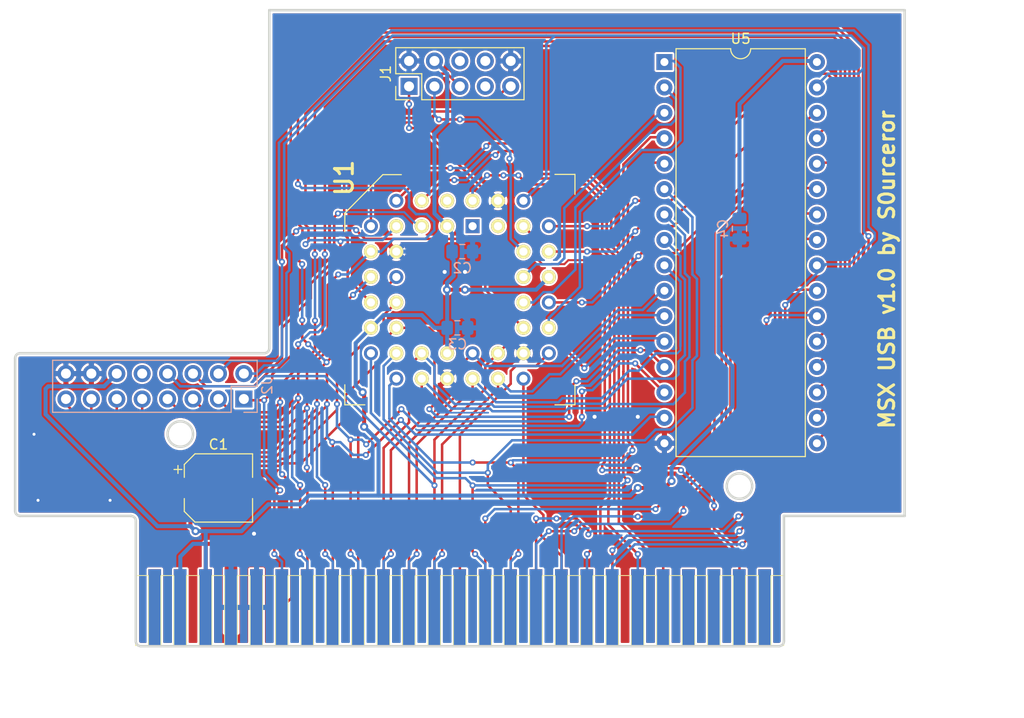
<source format=kicad_pcb>
(kicad_pcb (version 20211014) (generator pcbnew)
  (layers (0 "F.Cu" signal) (31 "B.Cu" signal) (34 "B.Paste" user) (35 "F.Paste" user) (36 "B.SilkS" user "B.Silkscreen") (37 "F.SilkS" user "F.Silkscreen") (38 "B.Mask" user) (39 "F.Mask" user) (44 "Edge.Cuts" user))
  (net 0 "")
  (net 1 "VCC")
  (net 2 "GND")
  (net 19 "Net-(EDG1-PadSW1)")
  (net 20 "unconnected-(J1-Pad7)")
  (net 25 "/BUSDIR_")
  (net 26 "/IORQ_")
  (net 27 "/RD_")
  (net 28 "/RESET_")
  (net 29 "/SLTSL_")
  (net 30 "/WR_")
  (net 31 "/A0")
  (net 32 "/A1")
  (net 33 "/A2")
  (net 34 "/A3")
  (net 35 "/A4")
  (net 36 "/A5")
  (net 37 "/A6")
  (net 38 "/A7")
  (net 39 "/A8")
  (net 40 "/A9")
  (net 41 "/A10")
  (net 42 "/A11")
  (net 43 "/A12")
  (net 44 "/A13")
  (net 45 "/A15")
  (net 46 "/D0")
  (net 47 "/D1")
  (net 48 "/D2")
  (net 49 "/D3")
  (net 50 "/D4")
  (net 51 "/D5")
  (net 52 "/D6")
  (net 53 "/D7")
  (net 54 "/TCK")
  (net 55 "/TDO")
  (net 56 "/TMS")
  (net 57 "/TDI")
  (net 58 "/CS_")
  (net 59 "/MA13")
  (net 60 "/MA14")
  (net 61 "/MA15")
  (net 62 "/MA16")
  (net 63 "/MA17")
  (net 64 "/MA18")
  (footprint "msx-usb-kicad-cpld:PLCC44" (layer "F.Cu") (at 645.16 -698.246 -90)
    (fp_text reference "U1")
    (fp_text value "EPM7032_7064" hide)
  )
  (footprint "msx-usb-kicad-cpld:PinHeader_2x05_P2.54mm_Vertical" (layer "F.Cu") (at 640.08 -718.566 90)
    (fp_text reference "J1")
    (fp_text value "AVR-JTAG-10")
  )
  (footprint "Capacitor_SMD:CP_Elec_6.3x5.4" (layer "F.Cu") (at 621.03 -678.434)
    (fp_text reference "C1")
    (fp_text value "100 uF")
  )
  (footprint "msx-usb-kicad-cpld:msx-con-MSXCART" (layer "F.Cu") (at 644.365 -666.1825)
    (fp_text reference "EDG1" hide)
    (fp_text value "MSX_CON")
  )
  (footprint "Package_DIP:DIP-32_W15.24mm" (layer "F.Cu") (at 665.6 -721)
    (fp_text reference "U5")
    (fp_text value "AM29f040-lrj")
  )
  (footprint "Capacitor_SMD:C_0805_2012Metric_Pad1.15x1.40mm_HandSolder" (layer "B.Cu") (at 673.1 -704.342 -90)
    (fp_text reference "C4")
    (fp_text value "0.1 uF")
  )
  (footprint "Capacitor_SMD:C_0805_2012Metric_Pad1.15x1.40mm_HandSolder" (layer "B.Cu") (at 644.915 -694.436)
    (fp_text reference "C3")
    (fp_text value "0.1 uF")
  )
  (footprint "Capacitor_SMD:C_0805_2012Metric_Pad1.15x1.40mm_HandSolder" (layer "B.Cu") (at 645.405 -702.056)
    (fp_text reference "C2")
    (fp_text value "0.1 uF")
  )
  (footprint "msx-usb-kicad-cpld:PinHeader_2x08_P2.54mm_Vertical" (layer "B.Cu") (at 623.57 -687.324 90)
    (fp_text reference "J2")
    (fp_text value "Conn_02x08_Odd_Even")
  )
  (gr_line (start 689.61 -726.186) (end 626.11 -726.186) (layer "Edge.Cuts") (width 0.25))
  (gr_line (start 612.775 -675.14) (end 612.775 -663.1225) (layer "Edge.Cuts") (width 0.25))
  (gr_line (start 613.275 -662.6225) (end 677.045 -662.6225) (layer "Edge.Cuts") (width 0.25))
  (gr_circle (center 617.22 -683.821) (end 618.49 -683.821) (layer "Edge.Cuts") (width 0.25) (fill none))
  (gr_circle (center 673.1 -678.622) (end 674.37 -678.622) (layer "Edge.Cuts") (width 0.25) (fill none))
  (gr_arc (start 600.71 -691.4) (mid 600.856447 -691.753553) (end 601.21 -691.9) (layer "Edge.Cuts") (width 0.25))
  (gr_arc (start 677.545 -663.1225) (mid 677.398553 -662.768947) (end 677.045 -662.6225) (layer "Edge.Cuts") (width 0.25))
  (gr_arc (start 612.275 -675.64) (mid 612.628553 -675.493553) (end 612.775 -675.14) (layer "Edge.Cuts") (width 0.25))
  (gr_arc (start 601.21 -675.64) (mid 600.856447 -675.786447) (end 600.71 -676.14) (layer "Edge.Cuts") (width 0.25))
  (gr_line (start 600.71 -691.4) (end 600.71 -676.14) (layer "Edge.Cuts") (width 0.25))
  (gr_line (start 677.545 -675.64) (end 689.61 -675.64) (layer "Edge.Cuts") (width 0.25))
  (gr_line (start 626.11 -692.4) (end 626.11 -726.186) (layer "Edge.Cuts") (width 0.25))
  (gr_arc (start 613.275 -662.6225) (mid 612.921447 -662.768947) (end 612.775 -663.1225) (layer "Edge.Cuts") (width 0.25))
  (gr_line (start 689.61 -675.64) (end 689.61 -726.186) (layer "Edge.Cuts") (width 0.25))
  (gr_line (start 601.21 -675.64) (end 612.275 -675.64) (layer "Edge.Cuts") (width 0.25))
  (gr_arc (start 626.11 -692.4) (mid 625.963553 -692.046447) (end 625.61 -691.9) (layer "Edge.Cuts") (width 0.25))
  (gr_line (start 601.21 -691.9) (end 625.61 -691.9) (layer "Edge.Cuts") (width 0.25))
  (gr_line (start 677.545 -663.1225) (end 677.545 -675.64) (layer "Edge.Cuts") (width 0.25))
  (gr_text "MSX USB v1.0 by S0urceror" (at 687.832 -700.278 90) (layer "F.SilkS") (effects (font (size 1.5 1.5) (thickness 0.3))))
  (segment (start 645.668 -698.246) (end 643.86799 -698.246) (width 0.4) (layer "F.Cu") (net 1))
  (segment (start 643.86799 -698.246) (end 643.867988 -698.246002) (width 0.4) (layer "F.Cu") (net 1))
  (segment (start 618.23 -678.434) (end 618.23 -674.63) (width 0.4) (layer "F.Cu") (net 1))
  (segment (start 665.63092 -678.434) (end 666.317593 -679.120673) (width 0.4) (layer "F.Cu") (net 1))
  (segment (start 635.591129 -684.550129) (end 635.591129 -687.853863) (width 0.4) (layer "F.Cu") (net 1))
  (segment (start 662.939998 -678.434) (end 665.63092 -678.434) (width 0.4) (layer "F.Cu") (net 1))
  (segment (start 618.23 -674.63) (end 618.744 -674.116) (width 0.4) (layer "F.Cu") (net 1))
  (segment (start 635.591129 -687.853863) (end 635.445 -687.999992) (width 0.4) (layer "F.Cu") (net 1))
  (via (at 662.939998 -678.434) (size 0.8) (drill 0.4) (layers "F.Cu" "B.Cu") (net 1))
  (via (at 643.867988 -698.246002) (size 0.8) (drill 0.4) (layers "F.Cu" "B.Cu") (net 1))
  (via (at 645.668 -698.246) (size 0.8) (drill 0.4) (layers "F.Cu" "B.Cu") (net 1))
  (via (at 635.445 -687.999992) (size 0.8) (drill 0.4) (layers "F.Cu" "B.Cu") (net 1))
  (via (at 666.317593 -679.120673) (size 0.8) (drill 0.4) (layers "F.Cu" "B.Cu") (net 1))
  (via (at 618.744 -674.116) (size 0.8) (drill 0.4) (layers "F.Cu" "B.Cu") (net 1))
  (via (at 635.591129 -684.550129) (size 0.8) (drill 0.4) (layers "F.Cu" "B.Cu") (net 1))
  (segment (start 662.177998 -677.672) (end 662.439999 -677.934001) (width 0.4) (layer "B.Cu") (net 1))
  (segment (start 637.032 -677.672) (end 662.177998 -677.672) (width 0.4) (layer "B.Cu") (net 1))
  (segment (start 662.439999 -677.934001) (end 662.939998 -678.434) (width 0.4) (layer "B.Cu") (net 1))
  (segment (start 644.38 -702.056) (end 644.38 -701.356) (width 0.4) (layer "B.Cu") (net 1))
  (segment (start 644.536001 -701.199999) (end 644.536001 -699.621121) (width 0.4) (layer "B.Cu") (net 1))
  (segment (start 644.38 -701.356) (end 644.536001 -701.199999) (width 0.4) (layer "B.Cu") (net 1))
  (segment (start 643.867988 -698.953108) (end 643.867988 -698.246002) (width 0.4) (layer "B.Cu") (net 1))
  (segment (start 644.536001 -699.621121) (end 643.867988 -698.953108) (width 0.4) (layer "B.Cu") (net 1))
  (segment (start 643.89 -698.22399) (end 643.867988 -698.246002) (width 0.4) (layer "B.Cu") (net 1))
  (segment (start 643.89 -694.436) (end 643.89 -698.22399) (width 0.4) (layer "B.Cu") (net 1))
  (segment (start 652.78 -698.246) (end 645.668 -698.246) (width 0.4) (layer "B.Cu") (net 1))
  (segment (start 654.05 -699.516) (end 652.78 -698.246) (width 0.4) (layer "B.Cu") (net 1))
  (segment (start 643.89 -698.5) (end 643.89 -698.5) (width 0.4) (layer "B.Cu") (net 1))
  (segment (start 643.89 -694.436) (end 643.89 -693.166) (width 0.4) (layer "B.Cu") (net 1))
  (segment (start 643.89 -693.166) (end 643.89 -691.896) (width 0.4) (layer "B.Cu") (net 1))
  (segment (start 643.89 -704.342) (end 644.38 -703.852) (width 0.4) (layer "B.Cu") (net 1))
  (segment (start 644.38 -703.852) (end 644.38 -702.056) (width 0.4) (layer "B.Cu") (net 1))
  (segment (start 643.89 -704.596) (end 643.89 -704.342) (width 0.4) (layer "B.Cu") (net 1))
  (segment (start 618.49 -672.846) (end 619.76 -672.846) (width 0.4) (layer "B.Cu") (net 1))
  (segment (start 617.22 -671.576) (end 618.49 -672.846) (width 0.4) (layer "B.Cu") (net 1))
  (segment (start 617.22 -666.496) (end 617.22 -671.576) (width 0.4) (layer "B.Cu") (net 1))
  (segment (start 619.76 -666.496) (end 619.76 -674.116) (width 0.4) (layer "B.Cu") (net 1))
  (segment (start 603.758 -688.34) (end 603.758 -685.8) (width 0.4) (layer "B.Cu") (net 1))
  (segment (start 636.27 -694.436) (end 634.746 -692.912) (width 0.4) (layer "B.Cu") (net 1))
  (segment (start 637.032 -683.109258) (end 636.091128 -684.05013) (width 0.4) (layer "B.Cu") (net 1))
  (segment (start 619.76 -674.116) (end 623.332 -674.116) (width 0.4) (layer "B.Cu") (net 1))
  (segment (start 642.62 -694.436) (end 643.89 -694.436) (width 0.4) (layer "B.Cu") (net 1))
  (segment (start 643.89 -704.596) (end 642.62 -705.866) (width 0.4) (layer "B.Cu") (net 1))
  (segment (start 672.567 -705.367) (end 671.8 -704.6) (width 0.4) (layer "B.Cu") (net 1))
  (segment (start 634.746 -692.912) (end 634.746 -688.698992) (width 0.4) (layer "B.Cu") (net 1))
  (segment (start 673.1 -705.367) (end 672.567 -705.367) (width 0.4) (layer "B.Cu") (net 1))
  (segment (start 634.746 -688.698992) (end 635.445 -687.999992) (width 0.4) (layer "B.Cu") (net 1))
  (segment (start 642.62 -705.866) (end 642.62 -713.583996) (width 0.4) (layer "B.Cu") (net 1))
  (segment (start 642.6 -713.603996) (end 642.6 -713.8) (width 0.4) (layer "B.Cu") (net 1))
  (segment (start 604.012 -688.594) (end 603.758 -688.34) (width 0.4) (layer "B.Cu") (net 1))
  (segment (start 673.1 -716.788) (end 677.418 -721.106) (width 0.4) (layer "B.Cu") (net 1))
  (segment (start 630.072 -677.672) (end 637.032 -677.672) (width 0.4) (layer "B.Cu") (net 1))
  (segment (start 671.8 -704.6) (end 671 -703.8) (width 0.4) (layer "B.Cu") (net 1))
  (segment (start 642.62 -713.583996) (end 642.6 -713.603996) (width 0.4) (layer "B.Cu") (net 1))
  (segment (start 677.418 -721.106) (end 680.72 -721.106) (width 0.4) (layer "B.Cu") (net 1))
  (segment (start 603.758 -685.8) (end 614.942001 -674.615999) (width 0.4) (layer "B.Cu") (net 1))
  (segment (start 609.6 -688.594) (end 604.012 -688.594) (width 0.4) (layer "B.Cu") (net 1))
  (segment (start 626.016 -676.8) (end 629.2 -676.8) (width 0.4) (layer "B.Cu") (net 1))
  (segment (start 671 -703.8) (end 671 -694.6) (width 0.4) (layer "B.Cu") (net 1))
  (segment (start 619.76 -674.116) (end 618.744 -674.116) (width 0.4) (layer "B.Cu") (net 1))
  (segment (start 643.89 -715.09) (end 643.89 -719.836) (width 0.4) (layer "B.Cu") (net 1))
  (segment (start 629.2 -676.8) (end 630.072 -677.672) (width 0.4) (layer "B.Cu") (net 1))
  (segment (start 614.942001 -674.615999) (end 618.244001 -674.615999) (width 0.4) (layer "B.Cu") (net 1))
  (segment (start 671 -692) (end 672.4 -690.6) (width 0.4) (layer "B.Cu") (net 1))
  (segment (start 671 -694.6) (end 671 -692) (width 0.4) (layer "B.Cu") (net 1))
  (segment (start 666.317593 -679.827779) (end 666.317593 -679.120673) (width 0.4) (layer "B.Cu") (net 1))
  (segment (start 672.4 -686.569106) (end 666.317593 -680.486699) (width 0.4) (layer "B.Cu") (net 1))
  (segment (start 623.332 -674.116) (end 626.016 -676.8) (width 0.4) (layer "B.Cu") (net 1))
  (segment (start 610.87 -689.864) (end 609.6 -688.594) (width 0.4) (layer "B.Cu") (net 1))
  (segment (start 636.091128 -684.05013) (end 635.591129 -684.550129) (width 0.4) (layer "B.Cu") (net 1))
  (segment (start 672.4 -690.6) (end 672.4 -686.569106) (width 0.4) (layer "B.Cu") (net 1))
  (segment (start 636.27 -694.436) (end 637.54 -695.706) (width 0.4) (layer "B.Cu") (net 1))
  (segment (start 673.1 -705.367) (end 673.1 -716.788) (width 0.4) (layer "B.Cu") (net 1))
  (segment (start 643.89 -719.836) (end 642.62 -721.106) (width 0.4) (layer "B.Cu") (net 1))
  (segment (start 618.244001 -674.615999) (end 618.744 -674.116) (width 0.4) (layer "B.Cu") (net 1))
  (segment (start 666.317593 -680.486699) (end 666.317593 -679.827779) (width 0.4) (layer "B.Cu") (net 1))
  (segment (start 642.6 -713.8) (end 643.89 -715.09) (width 0.4) (layer "B.Cu") (net 1))
  (segment (start 637.032 -677.672) (end 637.032 -683.109258) (width 0.4) (layer "B.Cu") (net 1))
  (segment (start 637.54 -695.706) (end 641.35 -695.706) (width 0.4) (layer "B.Cu") (net 1))
  (segment (start 641.35 -695.706) (end 642.62 -694.436) (width 0.4) (layer "B.Cu") (net 1))
  (segment (start 645.668 -700.024) (end 643.636 -700.024) (width 0.4) (layer "F.Cu") (net 2))
  (segment (start 623.83 -678.434) (end 623.824 -678.44) (width 0.4) (layer "F.Cu") (net 2))
  (segment (start 623.824 -678.44) (end 623.824 -679.352956) (width 0.4) (layer "F.Cu") (net 2))
  (via (at 643.636 -700.024) (size 0.8) (drill 0.4) (layers "F.Cu" "B.Cu") (net 2))
  (via (at 662.94 -685.546) (size 0.8) (drill 0.4) (layers "F.Cu" "B.Cu") (net 2))
  (via (at 658.622 -685.546) (size 0.8) (drill 0.4) (layers "F.Cu" "B.Cu") (net 2))
  (via (at 645.668 -700.024) (size 0.8) (drill 0.4) (layers "F.Cu" "B.Cu") (net 2))
  (via (at 603 -677.2) (size 0.6) (drill 0.3) (layers "F.Cu" "B.Cu") (net 2))
  (via (at 602.6 -683.8) (size 0.6) (drill 0.3) (layers "F.Cu" "B.Cu") (net 2))
  (via (at 610.2 -677.2) (size 0.6) (drill 0.3) (layers "F.Cu" "B.Cu") (net 2))
  (via (at 624.586 -673.862008) (size 0.8) (drill 0.4) (layers "F.Cu" "B.Cu") (net 2))
  (segment (start 646.43 -702.056) (end 647.005 -702.056) (width 0.4) (layer "B.Cu") (net 2))
  (segment (start 647.005 -702.056) (end 647.7 -702.751) (width 0.4) (layer "B.Cu") (net 2))
  (segment (start 645.16 -692.912) (end 645.94 -693.692) (width 0.4) (layer "B.Cu") (net 2))
  (segment (start 645.94 -693.692) (end 645.94 -694.436) (width 0.4) (layer "B.Cu") (net 2))
  (segment (start 645.16 -690.626) (end 645.16 -692.912) (width 0.4) (layer "B.Cu") (net 2))
  (segment (start 643.89 -689.356) (end 645.16 -690.626) (width 0.4) (layer "B.Cu") (net 2))
  (segment (start 645.168001 -699.524001) (end 645.668 -700.024) (width 0.4) (layer "B.Cu") (net 2))
  (segment (start 641.604 -702.056) (end 643.636 -700.024) (width 0.4) (layer "B.Cu") (net 2))
  (segment (start 646.43 -702.056) (end 646.43 -700.786) (width 0.4) (layer "B.Cu") (net 2))
  (segment (start 645.94 -695.136) (end 644.767998 -696.308002) (width 0.4) (layer "B.Cu") (net 2))
  (segment (start 645.94 -694.436) (end 645.94 -695.136) (width 0.4) (layer "B.Cu") (net 2))
  (segment (start 644.767998 -696.308002) (end 644.767998 -698.678002) (width 0.4) (layer "B.Cu") (net 2))
  (segment (start 644.767998 -698.678002) (end 645.168001 -699.078005) (width 0.4) (layer "B.Cu") (net 2))
  (segment (start 645.168001 -699.078005) (end 645.168001 -699.524001) (width 0.4) (layer "B.Cu") (net 2))
  (segment (start 638.81 -702.056) (end 641.604 -702.056) (width 0.4) (layer "B.Cu") (net 2))
  (segment (start 647.7 -702.751) (end 647.7 -705.866) (width 0.4) (layer "B.Cu") (net 2))
  (segment (start 647.7 -705.866) (end 648.97 -707.136) (width 0.4) (layer "B.Cu") (net 2))
  (segment (start 646.43 -700.786) (end 645.668 -700.024) (width 0.4) (layer "B.Cu") (net 2))
  (segment (start 622.3 -672.846) (end 622.3 -667.766) (width 0.4) (layer "F.Cu") (net 19))
  (segment (start 619.76 -672.846) (end 622.3 -672.846) (width 0.4) (layer "F.Cu") (net 19))
  (segment (start 619.76 -666.496) (end 619.76 -672.846) (width 0.4) (layer "F.Cu") (net 19))
  (segment (start 647.7 -718.566) (end 647.7 -718.82) (width 0.4) (layer "B.Cu") (net 20))
  (segment (start 660.284022 -702.629158) (end 661.046022 -701.867158) (width 0.25) (layer "F.Cu") (net 25))
  (segment (start 661.046022 -674.989978) (end 665.48 -670.556) (width 0.25) (layer "F.Cu") (net 25))
  (segment (start 648.065346 -712.865346) (end 650.284066 -712.865346) (width 0.25) (layer "F.Cu") (net 25))
  (segment (start 661.046022 -701.867158) (end 661.046022 -674.989978) (width 0.25) (layer "F.Cu") (net 25))
  (segment (start 657.940356 -709.814022) (end 660.284022 -707.470356) (width 0.25) (layer "F.Cu") (net 25))
  (segment (start 653.33539 -709.814022) (end 657.940356 -709.814022) (width 0.25) (layer "F.Cu") (net 25))
  (segment (start 660.284022 -707.470356) (end 660.284022 -702.629158) (width 0.25) (layer "F.Cu") (net 25))
  (segment (start 638.81 -707.136) (end 642.074 -710.4) (width 0.25) (layer "F.Cu") (net 25))
  (segment (start 650.284066 -712.865346) (end 653.33539 -709.814022) (width 0.25) (layer "F.Cu") (net 25))
  (segment (start 642.074 -710.4) (end 644.2 -710.4) (width 0.25) (layer "F.Cu") (net 25))
  (segment (start 647.8 -712.6) (end 648.065346 -712.865346) (width 0.25) (layer "F.Cu") (net 25))
  (segment (start 665.48 -670.556) (end 665.48 -666.496) (width 0.25) (layer "F.Cu") (net 25))
  (via (at 647.8 -712.6) (size 0.6) (drill 0.3) (layers "F.Cu" "B.Cu") (net 25))
  (via (at 644.2 -710.4) (size 0.6) (drill 0.3) (layers "F.Cu" "B.Cu") (net 25))
  (segment (start 647.8 -712.558) (end 645.642 -710.4) (width 0.25) (layer "B.Cu") (net 25))
  (segment (start 645.642 -710.4) (end 644.2 -710.4) (width 0.25) (layer "B.Cu") (net 25))
  (segment (start 647.8 -712.6) (end 647.8 -712.558) (width 0.25) (layer "B.Cu") (net 25))
  (segment (start 660 -676.567685) (end 660 -674.769986) (width 0.25) (layer "F.Cu") (net 26))
  (segment (start 660 -674.769986) (end 662.540001 -672.229985) (width 0.25) (layer "F.Cu") (net 26))
  (segment (start 660.596011 -677.163696) (end 660 -676.567685) (width 0.25) (layer "F.Cu") (net 26))
  (segment (start 657.753956 -709.364011) (end 659.834011 -707.283956) (width 0.25) (layer "F.Cu") (net 26))
  (segment (start 649.111346 -712.103346) (end 650.409656 -712.103346) (width 0.25) (layer "F.Cu") (net 26))
  (segment (start 641.35 -707.136) (end 643.414 -709.2) (width 0.25) (layer "F.Cu") (net 26))
  (segment (start 660.596011 -701.680759) (end 660.596011 -677.163696) (width 0.25) (layer "F.Cu") (net 26))
  (segment (start 643.414 -709.2) (end 644.6 -709.2) (width 0.25) (layer "F.Cu") (net 26))
  (segment (start 653.14899 -709.364011) (end 657.753956 -709.364011) (width 0.25) (layer "F.Cu") (net 26))
  (segment (start 659.834011 -702.442759) (end 660.596011 -701.680759) (width 0.25) (layer "F.Cu") (net 26))
  (segment (start 659.834011 -707.283956) (end 659.834011 -702.442759) (width 0.25) (layer "F.Cu") (net 26))
  (segment (start 650.409656 -712.103346) (end 653.14899 -709.364011) (width 0.25) (layer "F.Cu") (net 26))
  (segment (start 648.711347 -711.703347) (end 649.111346 -712.103346) (width 0.25) (layer "F.Cu") (net 26))
  (segment (start 662.540001 -672.229985) (end 662.94 -671.829986) (width 0.25) (layer "F.Cu") (net 26))
  (via (at 648.711347 -711.703347) (size 0.6) (drill 0.3) (layers "F.Cu" "B.Cu") (net 26))
  (via (at 662.94 -671.829986) (size 0.6) (drill 0.3) (layers "F.Cu" "B.Cu") (net 26))
  (via (at 644.6 -709.2) (size 0.6) (drill 0.3) (layers "F.Cu" "B.Cu") (net 26))
  (segment (start 662.94 -666.496) (end 662.94 -671.829986) (width 0.25) (layer "B.Cu") (net 26))
  (segment (start 648.303347 -711.703347) (end 645.8 -709.2) (width 0.25) (layer "B.Cu") (net 26))
  (segment (start 645.8 -709.2) (end 644.6 -709.2) (width 0.25) (layer "B.Cu") (net 26))
  (segment (start 648.711347 -711.703347) (end 648.303347 -711.703347) (width 0.25) (layer "B.Cu") (net 26))
  (segment (start 673.1 -674.116) (end 677.672 -678.688) (width 0.25) (layer "F.Cu") (net 27))
  (segment (start 627.38 -702.668) (end 628.8 -704.088) (width 0.25) (layer "F.Cu") (net 27))
  (segment (start 635.674 -703.326) (end 634.8 -704.2) (width 0.25) (layer "F.Cu") (net 27))
  (segment (start 677.672 -678.688) (end 677.672 -696.722) (width 0.25) (layer "F.Cu") (net 27))
  (segment (start 627.38 -701.039998) (end 627.38 -702.668) (width 0.25) (layer "F.Cu") (net 27))
  (segment (start 645.16 -703.326) (end 635.674 -703.326) (width 0.25) (layer "F.Cu") (net 27))
  (segment (start 660.4 -666.496) (end 660.4 -672.2) (width 0.25) (layer "F.Cu") (net 27))
  (via (at 673.1 -674.116) (size 0.6) (drill 0.3) (layers "F.Cu" "B.Cu") (net 27))
  (via (at 628.8 -704.088) (size 0.6) (drill 0.3) (layers "F.Cu" "B.Cu") (net 27))
  (via (at 634.8 -704.2) (size 0.6) (drill 0.3) (layers "F.Cu" "B.Cu") (net 27))
  (via (at 660.4 -672.2) (size 0.6) (drill 0.3) (layers "F.Cu" "B.Cu") (net 27))
  (via (at 627.38 -701.039998) (size 0.6) (drill 0.3) (layers "F.Cu" "B.Cu") (net 27))
  (via (at 677.672 -696.722) (size 0.6) (drill 0.3) (layers "F.Cu" "B.Cu") (net 27))
  (segment (start 684.111002 -700.786) (end 686.625002 -703.299998) (width 0.25) (layer "B.Cu") (net 27))
  (segment (start 627.080001 -701.339997) (end 627.38 -701.039998) (width 0.25) (layer "B.Cu") (net 27))
  (segment (start 638.301999 -724.154) (end 627.080001 -712.932002) (width 0.25) (layer "B.Cu") (net 27))
  (segment (start 622.3 -691.134) (end 626.872 -691.134) (width 0.25) (layer "B.Cu") (net 27))
  (segment (start 634.6 -704.4) (end 629.112 -704.4) (width 0.25) (layer "B.Cu") (net 27))
  (segment (start 681.736 -700.786) (end 684.111002 -700.786) (width 0.25) (layer "B.Cu") (net 27))
  (segment (start 627.080001 -712.932002) (end 627.080001 -701.339997) (width 0.25) (layer "B.Cu") (net 27))
  (segment (start 686 -722.684) (end 684.53 -724.154) (width 0.25) (layer "B.Cu") (net 27))
  (segment (start 621.03 -689.864) (end 622.3 -691.134) (width 0.25) (layer "B.Cu") (net 27))
  (segment (start 684.53 -724.154) (end 638.301999 -724.154) (width 0.25) (layer "B.Cu") (net 27))
  (segment (start 634.8 -704.2) (end 634.6 -704.4) (width 0.25) (layer "B.Cu") (net 27))
  (segment (start 661.865989 -673.665989) (end 660.4 -672.2) (width 0.25) (layer "B.Cu") (net 27))
  (segment (start 677.672 -696.722) (end 681.736 -700.786) (width 0.25) (layer "B.Cu") (net 27))
  (segment (start 672.649989 -673.665989) (end 661.865989 -673.665989) (width 0.25) (layer "B.Cu") (net 27))
  (segment (start 673.1 -674.116) (end 672.649989 -673.665989) (width 0.25) (layer "B.Cu") (net 27))
  (segment (start 626.872 -691.134) (end 627.38 -691.642) (width 0.25) (layer "B.Cu") (net 27))
  (segment (start 686.625002 -703.299998) (end 686.625002 -703.900002) (width 0.25) (layer "B.Cu") (net 27))
  (segment (start 629.112 -704.4) (end 628.8 -704.088) (width 0.25) (layer "B.Cu") (net 27))
  (segment (start 686 -704.525004) (end 686 -722.684) (width 0.25) (layer "B.Cu") (net 27))
  (segment (start 686.625002 -703.900002) (end 686 -704.525004) (width 0.25) (layer "B.Cu") (net 27))
  (segment (start 627.38 -691.642) (end 627.38 -701.039998) (width 0.25) (layer "B.Cu") (net 27))
  (segment (start 649.51601 -709.676) (end 647.876 -709.676) (width 0.25) (layer "F.Cu") (net 28))
  (segment (start 659.2 -676.529685) (end 660.146 -677.475685) (width 0.25) (layer "F.Cu") (net 28))
  (segment (start 659.2 -673.170004) (end 659.2 -676.529685) (width 0.25) (layer "F.Cu") (net 28))
  (segment (start 659.384 -702.256358) (end 659.384 -707.097556) (width 0.25) (layer "F.Cu") (net 28))
  (segment (start 645.16 -715.264) (end 643.06402 -715.264) (width 0.25) (layer "F.Cu") (net 28))
  (segment (start 651.910003 -708.768001) (end 651.401999 -709.276005) (width 0.25) (layer "F.Cu") (net 28))
  (segment (start 657.86 -671.830004) (end 659.2 -673.170004) (width 0.25) (layer "F.Cu") (net 28))
  (segment (start 651.401999 -709.276005) (end 651.002 -709.676004) (width 0.25) (layer "F.Cu") (net 28))
  (segment (start 660.146 -701.494358) (end 659.384 -702.256358) (width 0.25) (layer "F.Cu") (net 28))
  (segment (start 660.146 -677.475685) (end 660.146 -701.494358) (width 0.25) (layer "F.Cu") (net 28))
  (segment (start 659.384 -707.097556) (end 657.713555 -708.768001) (width 0.25) (layer "F.Cu") (net 28))
  (segment (start 657.713555 -708.768001) (end 651.910003 -708.768001) (width 0.25) (layer "F.Cu") (net 28))
  (via (at 657.86 -671.830004) (size 0.6) (drill 0.3) (layers "F.Cu" "B.Cu") (net 28))
  (via (at 649.51601 -709.676) (size 0.6) (drill 0.3) (layers "F.Cu" "B.Cu") (net 28))
  (via (at 650.116766 -711.353528) (size 0.6) (drill 0.3) (layers "F.Cu" "B.Cu") (net 28))
  (via (at 651.002 -709.676004) (size 0.6) (drill 0.3) (layers "F.Cu" "B.Cu") (net 28))
  (via (at 643.06402 -715.264) (size 0.6) (drill 0.3) (layers "F.Cu" "B.Cu") (net 28))
  (via (at 647.876 -709.676) (size 0.6) (drill 0.3) (layers "F.Cu" "B.Cu") (net 28))
  (via (at 645.16 -715.264) (size 0.6) (drill 0.3) (layers "F.Cu" "B.Cu") (net 28))
  (segment (start 657.86 -666.496) (end 657.86 -671.830004) (width 0.25) (layer "B.Cu") (net 28))
  (segment (start 650.2 -711.436762) (end 650.116766 -711.353528) (width 0.25) (layer "B.Cu") (net 28))
  (segment (start 651.001996 -709.676) (end 651.002 -709.676004) (width 0.25) (layer "B.Cu") (net 28))
  (segment (start 646.43 -707.136) (end 646.43 -708.23) (width 0.25) (layer "B.Cu") (net 28))
  (segment (start 651.51 -702.056) (end 650.241011 -703.324989) (width 0.25) (layer "B.Cu") (net 28))
  (segment (start 645.16 -715.264) (end 646.936 -715.264) (width 0.25) (layer "B.Cu") (net 28))
  (segment (start 642.62 -715.70802) (end 643.06402 -715.264) (width 0.25) (layer "B.Cu") (net 28))
  (segment (start 646.936 -715.264) (end 650.2 -712) (width 0.25) (layer "B.Cu") (net 28))
  (segment (start 646.43 -708.23) (end 647.876 -709.676) (width 0.25) (layer "B.Cu") (net 28))
  (segment (start 649.51601 -709.676) (end 651.001996 -709.676) (width 0.25) (layer "B.Cu") (net 28))
  (segment (start 650.241011 -703.324989) (end 650.241011 -710.663598) (width 0.25) (layer "B.Cu") (net 28))
  (segment (start 650.116766 -710.787843) (end 650.116766 -711.353528) (width 0.25) (layer "B.Cu") (net 28))
  (segment (start 650.241011 -710.663598) (end 650.116766 -710.787843) (width 0.25) (layer "B.Cu") (net 28))
  (segment (start 650.2 -712) (end 650.2 -711.436762) (width 0.25) (layer "B.Cu") (net 28))
  (segment (start 642.62 -718.566) (end 642.62 -715.70802) (width 0.25) (layer "B.Cu") (net 28))
  (segment (start 659.384 -680.777685) (end 659.384 -680.212) (width 0.25) (layer "F.Cu") (net 29))
  (segment (start 656 -701.2) (end 655.6 -700.8) (width 0.2) (layer "F.Cu") (net 29))
  (segment (start 670.56 -679.16) (end 675.8 -684.4) (width 0.25) (layer "F.Cu") (net 29))
  (segment (start 659.638 -700.562) (end 659.638 -681.031685) (width 0.25) (layer "F.Cu") (net 29))
  (segment (start 667.258 -680.212) (end 667.07 -680.4) (width 0.25) (layer "F.Cu") (net 29))
  (segment (start 673.1 -666.496) (end 673.1 -671.83) (width 0.25) (layer "F.Cu") (net 29))
  (segment (start 659.638 -681.031685) (end 659.384 -680.777685) (width 0.25) (layer "F.Cu") (net 29))
  (segment (start 670.56 -676.090315) (end 670.56 -676.656) (width 0.25) (layer "F.Cu") (net 29))
  (segment (start 673.1 -671.83) (end 670.56 -674.37) (width 0.25) (layer "F.Cu") (net 29))
  (segment (start 659 -701.2) (end 656 -701.2) (width 0.2) (layer "F.Cu") (net 29))
  (segment (start 651.51 -704.596) (end 652.853 -703.253) (width 0.25) (layer "F.Cu") (net 29))
  (segment (start 653.4 -700.8) (end 652.853 -701.347) (width 0.2) (layer "F.Cu") (net 29))
  (segment (start 659 -701.2) (end 659.638 -700.562) (width 0.25) (layer "F.Cu") (net 29))
  (segment (start 670.56 -676.656) (end 670.56 -679.16) (width 0.25) (layer "F.Cu") (net 29))
  (segment (start 675.8 -684.4) (end 675.8 -695.2) (width 0.25) (layer "F.Cu") (net 29))
  (segment (start 655.6 -700.8) (end 653.4 -700.8) (width 0.2) (layer "F.Cu") (net 29))
  (segment (start 667.07 -680.4) (end 662.8 -680.4) (width 0.25) (layer "F.Cu") (net 29))
  (segment (start 652.853 -701.347) (end 652.853 -703.253) (width 0.2) (layer "F.Cu") (net 29))
  (segment (start 670.56 -674.37) (end 670.56 -676.090315) (width 0.25) (layer "F.Cu") (net 29))
  (via (at 659.384 -680.212) (size 0.6) (drill 0.3) (layers "F.Cu" "B.Cu") (net 29))
  (via (at 667.258 -680.212) (size 0.6) (drill 0.3) (layers "F.Cu" "B.Cu") (net 29))
  (via (at 662.8 -680.4) (size 0.6) (drill 0.3) (layers "F.Cu" "B.Cu") (net 29))
  (via (at 675.8 -695.2) (size 0.6) (drill 0.3) (layers "F.Cu" "B.Cu") (net 29))
  (via (at 670.56 -676.656) (size 0.6) (drill 0.3) (layers "F.Cu" "B.Cu") (net 29))
  (segment (start 680.72 -695.706) (end 676.306 -695.706) (width 0.25) (layer "B.Cu") (net 29))
  (segment (start 676.306 -695.706) (end 675.8 -695.2) (width 0.25) (layer "B.Cu") (net 29))
  (segment (start 659.384 -680.212) (end 662.612 -680.212) (width 0.25) (layer "B.Cu") (net 29))
  (segment (start 662.612 -680.212) (end 662.8 -680.4) (width 0.25) (layer "B.Cu") (net 29))
  (segment (start 667.258 -680.212) (end 670.56 -676.91) (width 0.25) (layer "B.Cu") (net 29))
  (segment (start 670.56 -676.91) (end 670.56 -676.656) (width 0.25) (layer "B.Cu") (net 29))
  (segment (start 686 -703.6) (end 686 -685.4) (width 0.25) (layer "F.Cu") (net 30))
  (segment (start 686 -685.4) (end 673.4 -672.8) (width 0.25) (layer "F.Cu") (net 30))
  (via (at 673.4 -672.8) (size 0.6) (drill 0.3) (layers "F.Cu" "B.Cu") (net 30))
  (via (at 686 -703.6) (size 0.6) (drill 0.3) (layers "F.Cu" "B.Cu") (net 30))
  (segment (start 685.546 -719.836) (end 685.546002 -719.835998) (width 0.25) (layer "B.Cu") (net 30))
  (segment (start 628.105001 -701.896001) (end 627.6 -702.401002) (width 0.25) (layer "B.Cu") (net 30))
  (segment (start 660.4 -670.556) (end 662.644 -672.8) (width 0.25) (layer "B.Cu") (net 30))
  (segment (start 627.0584 -690.683989) (end 627.830011 -691.4556) (width 0.25) (layer "B.Cu") (net 30))
  (segment (start 623.57 -689.864) (end 624.772081 -689.864) (width 0.25) (layer "B.Cu") (net 30))
  (segment (start 680.72 -718.566) (end 681.99 -719.836) (width 0.25) (layer "B.Cu") (net 30))
  (segment (start 662.644 -672.8) (end 673.4 -672.8) (width 0.25) (layer "B.Cu") (net 30))
  (segment (start 627.830011 -699.909009) (end 628.105001 -700.183999) (width 0.25) (layer "B.Cu") (net 30))
  (segment (start 654.6 -723.6) (end 653.796 -722.796) (width 0.25) (layer "B.Cu") (net 30))
  (segment (start 624.772081 -689.864) (end 625.59207 -690.683989) (width 0.25) (layer "B.Cu") (net 30))
  (segment (start 653.796 -722.796) (end 653.796 -709.422) (width 0.25) (layer "B.Cu") (net 30))
  (segment (start 684.982 -719.836) (end 685.546 -720.4) (width 0.25) (layer "B.Cu") (net 30))
  (segment (start 685.546002 -722.4) (end 685.546002 -704.053998) (width 0.25) (layer "B.Cu") (net 30))
  (segment (start 660.4 -666.496) (end 660.4 -670.556) (width 0.25) (layer "B.Cu") (net 30))
  (segment (start 625.59207 -690.683989) (end 627.0584 -690.683989) (width 0.25) (layer "B.Cu") (net 30))
  (segment (start 627.6 -712.81559) (end 638.43041 -723.646) (width 0.25) (layer "B.Cu") (net 30))
  (segment (start 685.546002 -704.053998) (end 686 -703.6) (width 0.25) (layer "B.Cu") (net 30))
  (segment (start 652.208499 -707.834499) (end 651.51 -707.136) (width 0.25) (layer "B.Cu") (net 30))
  (segment (start 653.796 -709.422) (end 652.208499 -707.834499) (width 0.25) (layer "B.Cu") (net 30))
  (segment (start 684.276 -723.646) (end 653.796 -723.646) (width 0.25) (layer "B.Cu") (net 30))
  (segment (start 681.99 -719.836) (end 684.982 -719.836) (width 0.25) (layer "B.Cu") (net 30))
  (segment (start 627.830011 -691.4556) (end 627.830011 -699.909009) (width 0.25) (layer "B.Cu") (net 30))
  (segment (start 627.6 -702.401002) (end 627.6 -712.81559) (width 0.25) (layer "B.Cu") (net 30))
  (segment (start 685.546 -722.376) (end 684.276 -723.646) (width 0.25) (layer "B.Cu") (net 30))
  (segment (start 638.43041 -723.646) (end 653.796 -723.646) (width 0.25) (layer "B.Cu") (net 30))
  (segment (start 628.105001 -700.183999) (end 628.105001 -701.896001) (width 0.25) (layer "B.Cu") (net 30))
  (segment (start 685.546 -719.836) (end 685.546 -722.376) (width 0.25) (layer "B.Cu") (net 30))
  (segment (start 648.271501 -691.197501) (end 648.97 -691.896) (width 0.25) (layer "F.Cu") (net 31))
  (segment (start 642.62 -683.26) (end 647.7 -688.34) (width 0.25) (layer "F.Cu") (net 31))
  (segment (start 654.834 -693.166) (end 657.6 -690.4) (width 0.25) (layer "F.Cu") (net 31))
  (segment (start 647.7 -690.626) (end 648.271501 -691.197501) (width 0.25) (layer "F.Cu") (net 31))
  (segment (start 647.7 -688.34) (end 647.7 -690.626) (width 0.25) (layer "F.Cu") (net 31))
  (segment (start 648.97 -691.896) (end 650.24 -693.166) (width 0.25) (layer "F.Cu") (net 31))
  (segment (start 642.62 -666.496) (end 642.62 -683.26) (width 0.25) (layer "F.Cu") (net 31))
  (segment (start 650.24 -693.166) (end 654.834 -693.166) (width 0.25) (layer "F.Cu") (net 31))
  (via (at 642.62 -678.688) (size 0.6) (drill 0.3) (layers "F.Cu" "B.Cu") (net 31))
  (via (at 657.6 -690.4) (size 0.6) (drill 0.3) (layers "F.Cu" "B.Cu") (net 31))
  (segment (start 617.22 -688.594) (end 624.654014 -688.594) (width 0.25) (layer "B.Cu") (net 31))
  (segment (start 657.899999 -690.699999) (end 657.6 -690.4) (width 0.25) (layer "B.Cu") (net 31))
  (segment (start 642.220001 -679.087999) (end 642.62 -678.688) (width 0.25) (layer "B.Cu") (net 31))
  (segment (start 615.95 -689.864) (end 617.22 -688.594) (width 0.25) (layer "B.Cu") (net 31))
  (segment (start 631.698 -689.61) (end 642.220001 -679.087999) (width 0.25) (layer "B.Cu") (net 31))
  (segment (start 660.6 -693.4) (end 657.899999 -690.699999) (width 0.25) (layer "B.Cu") (net 31))
  (segment (start 665.48 -693.166) (end 665.246 -693.4) (width 0.25) (layer "B.Cu") (net 31))
  (segment (start 625.670014 -689.61) (end 631.698 -689.61) (width 0.25) (layer "B.Cu") (net 31))
  (segment (start 665.246 -693.4) (end 660.6 -693.4) (width 0.25) (layer "B.Cu") (net 31))
  (segment (start 624.654014 -688.594) (end 625.670014 -689.61) (width 0.25) (layer "B.Cu") (net 31))
  (segment (start 648.97 -688.368172) (end 643.382 -682.780172) (width 0.25) (layer "F.Cu") (net 32))
  (segment (start 648.97 -689.356) (end 648.97 -688.368172) (width 0.25) (layer "F.Cu") (net 32))
  (segment (start 643.382 -682.780172) (end 643.382 -672.395685) (width 0.25) (layer "F.Cu") (net 32))
  (segment (start 643.382 -672.395685) (end 643.382 -671.83) (width 0.25) (layer "F.Cu") (net 32))
  (via (at 643.382 -671.83) (size 0.6) (drill 0.3) (layers "F.Cu" "B.Cu") (net 32))
  (segment (start 652.391192 -688.086) (end 650.24 -688.086) (width 0.25) (layer "B.Cu") (net 32))
  (segment (start 654.105192 -689.8) (end 652.391192 -688.086) (width 0.25) (layer "B.Cu") (net 32))
  (segment (start 649.668499 -688.657501) (end 648.97 -689.356) (width 0.25) (layer "B.Cu") (net 32))
  (segment (start 665.48 -695.706) (end 661.088 -695.706) (width 0.25) (layer "B.Cu") (net 32))
  (segment (start 642.62 -666.496) (end 642.62 -671.068) (width 0.25) (layer "B.Cu") (net 32))
  (segment (start 642.62 -671.068) (end 643.382 -671.83) (width 0.25) (layer "B.Cu") (net 32))
  (segment (start 661.088 -695.706) (end 655.182 -689.8) (width 0.25) (layer "B.Cu") (net 32))
  (segment (start 655.182 -689.8) (end 654.105192 -689.8) (width 0.25) (layer "B.Cu") (net 32))
  (segment (start 650.24 -688.086) (end 649.668499 -688.657501) (width 0.25) (layer "B.Cu") (net 32))
  (segment (start 640.08 -682.948998) (end 645.16 -688.028998) (width 0.25) (layer "F.Cu") (net 33))
  (segment (start 645.16 -688.028998) (end 645.16 -690.626) (width 0.25) (layer "F.Cu") (net 33))
  (segment (start 645.16 -690.626) (end 645.731501 -691.197501) (width 0.25) (layer "F.Cu") (net 33))
  (segment (start 645.731501 -691.197501) (end 646.43 -691.896) (width 0.25) (layer "F.Cu") (net 33))
  (segment (start 640.08 -666.496) (end 640.08 -682.948998) (width 0.25) (layer "F.Cu") (net 33))
  (segment (start 660.972795 -696.227205) (end 655.37159 -690.626) (width 0.25) (layer "B.Cu") (net 33))
  (segment (start 663.427205 -696.227205) (end 660.972795 -696.227205) (width 0.25) (layer "B.Cu") (net 33))
  (segment (start 655.37159 -690.626) (end 647.7 -690.626) (width 0.25) (layer "B.Cu") (net 33))
  (segment (start 647.128499 -691.197501) (end 646.43 -691.896) (width 0.25) (layer "B.Cu") (net 33))
  (segment (start 665.446 -698.246) (end 663.427205 -696.227205) (width 0.25) (layer "B.Cu") (net 33))
  (segment (start 665.48 -698.246) (end 665.446 -698.246) (width 0.25) (layer "B.Cu") (net 33))
  (segment (start 647.7 -690.626) (end 647.128499 -691.197501) (width 0.25) (layer "B.Cu") (net 33))
  (segment (start 646.43 -688.368172) (end 640.842 -682.780172) (width 0.25) (layer "F.Cu") (net 34))
  (segment (start 640.842 -682.780172) (end 640.842 -672.395685) (width 0.25) (layer "F.Cu") (net 34))
  (segment (start 646.43 -689.356) (end 646.43 -688.368172) (width 0.25) (layer "F.Cu") (net 34))
  (segment (start 640.842 -672.395685) (end 640.842 -671.83) (width 0.25) (layer "F.Cu") (net 34))
  (via (at 640.842 -671.83) (size 0.6) (drill 0.3) (layers "F.Cu" "B.Cu") (net 34))
  (segment (start 640.08 -671.068) (end 640.442001 -671.430001) (width 0.25) (layer "B.Cu") (net 34))
  (segment (start 655.409205 -687.4) (end 655.009205 -687) (width 0.25) (layer "B.Cu") (net 34))
  (segment (start 666.8 -691.896) (end 666.896 -691.896) (width 0.2) (layer "B.Cu") (net 34))
  (segment (start 667.2 -699.066) (end 667.2 -692.6) (width 0.25) (layer "B.Cu") (net 34))
  (segment (start 640.08 -666.496) (end 640.08 -671.068) (width 0.25) (layer "B.Cu") (net 34))
  (segment (start 655.009205 -687) (end 648.786 -687) (width 0.25) (layer "B.Cu") (net 34))
  (segment (start 659.318998 -687.4) (end 655.409205 -687.4) (width 0.25) (layer "B.Cu") (net 34))
  (segment (start 666.896 -691.896) (end 667.2 -692.2) (width 0.2) (layer "B.Cu") (net 34))
  (segment (start 665.48 -700.786) (end 667.2 -699.066) (width 0.25) (layer "B.Cu") (net 34))
  (segment (start 666.8 -691.896) (end 664.77054 -691.896) (width 0.25) (layer "B.Cu") (net 34))
  (segment (start 663.029539 -690.154999) (end 662.073996 -690.154998) (width 0.25) (layer "B.Cu") (net 34))
  (segment (start 664.77054 -691.896) (end 663.029539 -690.154999) (width 0.25) (layer "B.Cu") (net 34))
  (segment (start 648.786 -687) (end 648.519988 -687.266012) (width 0.25) (layer "B.Cu") (net 34))
  (segment (start 662.073996 -690.154998) (end 659.318998 -687.4) (width 0.25) (layer "B.Cu") (net 34))
  (segment (start 640.442001 -671.430001) (end 640.842 -671.83) (width 0.25) (layer "B.Cu") (net 34))
  (segment (start 665.624999 -700.930999) (end 665.48 -700.786) (width 0.25) (layer "B.Cu") (net 34))
  (segment (start 648.519988 -687.266012) (end 646.43 -689.356) (width 0.25) (layer "B.Cu") (net 34))
  (segment (start 667.2 -692.2) (end 667.2 -692.6) (width 0.2) (layer "B.Cu") (net 34))
  (segment (start 637.54 -682.437953) (end 640.08 -684.977953) (width 0.25) (layer "F.Cu") (net 35))
  (segment (start 637.54 -666.496) (end 637.54 -682.437953) (width 0.25) (layer "F.Cu") (net 35))
  (segment (start 640.08 -684.977953) (end 640.08 -690.626) (width 0.25) (layer "F.Cu") (net 35))
  (segment (start 640.651501 -691.197501) (end 641.35 -691.896) (width 0.25) (layer "F.Cu") (net 35))
  (segment (start 640.08 -690.626) (end 640.651501 -691.197501) (width 0.25) (layer "F.Cu") (net 35))
  (segment (start 667.200009 -701.605991) (end 665.48 -703.326) (width 0.25) (layer "B.Cu") (net 35))
  (segment (start 648.5996 -686.549989) (end 655.524582 -686.549989) (width 0.25) (layer "B.Cu") (net 35))
  (segment (start 644.651999 -686.816001) (end 648.333588 -686.816001) (width 0.25) (layer "B.Cu") (net 35))
  (segment (start 661.911409 -689.356) (end 666.56 -689.356) (width 0.25) (layer "B.Cu") (net 35))
  (segment (start 655.524582 -686.549989) (end 655.824604 -686.850011) (width 0.25) (layer "B.Cu") (net 35))
  (segment (start 667.200009 -699.702402) (end 667.200009 -701.605991) (width 0.25) (layer "B.Cu") (net 35))
  (segment (start 667.650011 -699.2524) (end 667.200009 -699.702402) (width 0.25) (layer "B.Cu") (net 35))
  (segment (start 641.35 -691.896) (end 642.62 -690.626) (width 0.25) (layer "B.Cu") (net 35))
  (segment (start 667.004 -689.8) (end 667.004 -691.063589) (width 0.25) (layer "B.Cu") (net 35))
  (segment (start 648.333588 -686.816001) (end 648.5996 -686.549989) (width 0.25) (layer "B.Cu") (net 35))
  (segment (start 642.62 -688.848) (end 644.651999 -686.816001) (width 0.25) (layer "B.Cu") (net 35))
  (segment (start 666.56 -689.356) (end 667.004 -689.8) (width 0.25) (layer "B.Cu") (net 35))
  (segment (start 667.004 -691.063589) (end 667.650011 -691.7096) (width 0.25) (layer "B.Cu") (net 35))
  (segment (start 655.824604 -686.850011) (end 659.40542 -686.850011) (width 0.25) (layer "B.Cu") (net 35))
  (segment (start 667.650011 -691.7096) (end 667.650011 -699.2524) (width 0.25) (layer "B.Cu") (net 35))
  (segment (start 659.40542 -686.850011) (end 661.911409 -689.356) (width 0.25) (layer "B.Cu") (net 35))
  (segment (start 642.62 -690.626) (end 642.62 -688.848) (width 0.25) (layer "B.Cu") (net 35))
  (segment (start 641.35 -685.292) (end 638.26501 -682.20701) (width 0.25) (layer "F.Cu") (net 36))
  (segment (start 641.35 -689.356) (end 641.35 -685.292) (width 0.25) (layer "F.Cu") (net 36))
  (segment (start 638.26501 -672.395685) (end 638.26501 -671.83) (width 0.25) (layer "F.Cu") (net 36))
  (segment (start 638.26501 -682.20701) (end 638.26501 -672.395685) (width 0.25) (layer "F.Cu") (net 36))
  (via (at 638.26501 -671.83) (size 0.6) (drill 0.3) (layers "F.Cu" "B.Cu") (net 36))
  (segment (start 655.710982 -686.099978) (end 648.4132 -686.099978) (width 0.25) (layer "B.Cu") (net 36))
  (segment (start 667.65002 -687.97002) (end 666.496 -686.816) (width 0.25) (layer "B.Cu") (net 36))
  (segment (start 648.147188 -686.36599) (end 644.34001 -686.36599) (width 0.25) (layer "B.Cu") (net 36))
  (segment (start 660.146 -686.816) (end 659.73 -686.4) (width 0.25) (layer "B.Cu") (net 36))
  (segment (start 656.011004 -686.4) (end 655.710982 -686.099978) (width 0.25) (layer "B.Cu") (net 36))
  (segment (start 637.54 -671.10499) (end 638.26501 -671.83) (width 0.25) (layer "B.Cu") (net 36))
  (segment (start 644.34001 -686.36599) (end 642.048499 -688.657501) (width 0.25) (layer "B.Cu") (net 36))
  (segment (start 637.54 -666.496) (end 637.54 -671.10499) (width 0.25) (layer "B.Cu") (net 36))
  (segment (start 667.65002 -703.69598) (end 667.65002 -699.888802) (width 0.25) (layer "B.Cu") (net 36))
  (segment (start 665.48 -705.866) (end 667.65002 -703.69598) (width 0.25) (layer "B.Cu") (net 36))
  (segment (start 659.73 -686.4) (end 656.011004 -686.4) (width 0.25) (layer "B.Cu") (net 36))
  (segment (start 667.65002 -691.073198) (end 667.65002 -687.97002) (width 0.25) (layer "B.Cu") (net 36))
  (segment (start 668.100022 -699.4388) (end 668.100022 -691.5232) (width 0.25) (layer "B.Cu") (net 36))
  (segment (start 648.4132 -686.099978) (end 648.147188 -686.36599) (width 0.25) (layer "B.Cu") (net 36))
  (segment (start 668.100022 -691.5232) (end 667.65002 -691.073198) (width 0.25) (layer "B.Cu") (net 36))
  (segment (start 642.048499 -688.657501) (end 641.35 -689.356) (width 0.25) (layer "B.Cu") (net 36))
  (segment (start 667.65002 -699.888802) (end 668.100022 -699.4388) (width 0.25) (layer "B.Cu") (net 36))
  (segment (start 666.496 -686.816) (end 660.146 -686.816) (width 0.25) (layer "B.Cu") (net 36))
  (segment (start 647.953998 -678.688002) (end 647.953998 -679.392315) (width 0.25) (layer "F.Cu") (net 37))
  (segment (start 650.24 -666.496) (end 650.24 -676.402) (width 0.25) (layer "F.Cu") (net 37))
  (segment (start 647.953998 -679.392315) (end 647.953998 -679.958) (width 0.25) (layer "F.Cu") (net 37))
  (segment (start 650.24 -676.402) (end 647.953998 -678.688002) (width 0.25) (layer "F.Cu") (net 37))
  (via (at 647.953998 -679.958) (size 0.6) (drill 0.3) (layers "F.Cu" "B.Cu") (net 37))
  (segment (start 668.850011 -691.636778) (end 668.4 -691.186767) (width 0.25) (layer "B.Cu") (net 37))
  (segment (start 668.4 -699.775233) (end 668.850011 -699.325222) (width 0.25) (layer "B.Cu") (net 37))
  (segment (start 647.953998 -680.382264) (end 647.953998 -679.958) (width 0.25) (layer "B.Cu") (net 37))
  (segment (start 647.953998 -680.777687) (end 647.953998 -680.382264) (width 0.25) (layer "B.Cu") (net 37))
  (segment (start 664.718 -684.276) (end 663.642 -683.2) (width 0.25) (layer "B.Cu") (net 37))
  (segment (start 637.54 -690.626) (end 637.54 -685.292) (width 0.25) (layer "B.Cu") (net 37))
  (segment (start 668.4 -705.486) (end 668.4 -699.775233) (width 0.25) (layer "B.Cu") (net 37))
  (segment (start 668.850011 -699.325222) (end 668.850011 -691.636778) (width 0.25) (layer "B.Cu") (net 37))
  (segment (start 668.4 -686.434) (end 666.242 -684.276) (width 0.25) (layer "B.Cu") (net 37))
  (segment (start 668.4 -691.186767) (end 668.4 -686.434) (width 0.25) (layer "B.Cu") (net 37))
  (segment (start 637.54 -685.292) (end 642.874 -679.958) (width 0.25) (layer "B.Cu") (net 37))
  (segment (start 666.242 -684.276) (end 664.718 -684.276) (width 0.25) (layer "B.Cu") (net 37))
  (segment (start 650.376311 -683.2) (end 647.953998 -680.777687) (width 0.25) (layer "B.Cu") (net 37))
  (segment (start 647.388313 -679.958) (end 647.953998 -679.958) (width 0.25) (layer "B.Cu") (net 37))
  (segment (start 638.81 -691.896) (end 637.54 -690.626) (width 0.25) (layer "B.Cu") (net 37))
  (segment (start 663.642 -683.2) (end 650.376311 -683.2) (width 0.25) (layer "B.Cu") (net 37))
  (segment (start 642.874 -679.958) (end 647.388313 -679.958) (width 0.25) (layer "B.Cu") (net 37))
  (segment (start 665.48 -708.406) (end 668.4 -705.486) (width 0.25) (layer "B.Cu") (net 37))
  (segment (start 651.002 -671.830006) (end 651.002 -680.212004) (width 0.25) (layer "F.Cu") (net 38))
  (segment (start 650.235351 -680.978653) (end 650.240004 -680.974) (width 0.25) (layer "F.Cu") (net 38))
  (segment (start 646.434653 -680.978653) (end 650.235351 -680.978653) (width 0.25) (layer "F.Cu") (net 38))
  (segment (start 650.640003 -680.574001) (end 650.240004 -680.974) (width 0.25) (layer "F.Cu") (net 38))
  (segment (start 651.002 -680.212004) (end 650.640003 -680.574001) (width 0.25) (layer "F.Cu") (net 38))
  (segment (start 661.956528 -708.692528) (end 661.956528 -683.11119) (width 0.25) (layer "F.Cu") (net 38))
  (segment (start 662.4 -682.667718) (end 662.4 -682.2) (width 0.25) (layer "F.Cu") (net 38))
  (segment (start 665.48 -710.946) (end 664.21 -710.946) (width 0.25) (layer "F.Cu") (net 38))
  (segment (start 661.956528 -683.11119) (end 662.4 -682.667718) (width 0.25) (layer "F.Cu") (net 38))
  (segment (start 664.21 -710.946) (end 661.956528 -708.692528) (width 0.25) (layer "F.Cu") (net 38))
  (via (at 650.240004 -680.974) (size 0.6) (drill 0.3) (layers "F.Cu" "B.Cu") (net 38))
  (via (at 662.4 -682.2) (size 0.6) (drill 0.3) (layers "F.Cu" "B.Cu") (net 38))
  (via (at 651.002 -671.830006) (size 0.6) (drill 0.3) (layers "F.Cu" "B.Cu") (net 38))
  (via (at 646.434653 -680.978653) (size 0.6) (drill 0.3) (layers "F.Cu" "B.Cu") (net 38))
  (segment (start 650.602001 -671.430007) (end 651.002 -671.830006) (width 0.25) (layer "B.Cu") (net 38))
  (segment (start 650.24 -671.068006) (end 650.602001 -671.430007) (width 0.25) (layer "B.Cu") (net 38))
  (segment (start 650.24 -666.496) (end 650.24 -671.068006) (width 0.25) (layer "B.Cu") (net 38))
  (segment (start 638.111501 -688.657501) (end 638.81 -689.356) (width 0.25) (layer "B.Cu") (net 38))
  (segment (start 638.111501 -685.356909) (end 638.111501 -688.657501) (width 0.25) (layer "B.Cu") (net 38))
  (segment (start 662.4 -682.2) (end 661.4 -681.2) (width 0.25) (layer "B.Cu") (net 38))
  (segment (start 646.434653 -680.978653) (end 642.489757 -680.978653) (width 0.25) (layer "B.Cu") (net 38))
  (segment (start 661.4 -681.2) (end 650.466004 -681.2) (width 0.25) (layer "B.Cu") (net 38))
  (segment (start 650.466004 -681.2) (end 650.240004 -680.974) (width 0.25) (layer "B.Cu") (net 38))
  (segment (start 642.489757 -680.978653) (end 638.111501 -685.356909) (width 0.25) (layer "B.Cu") (net 38))
  (segment (start 674.806 -708.406) (end 670.6 -704.2) (width 0.25) (layer "F.Cu") (net 39))
  (segment (start 665.117999 -676.721101) (end 664.718 -676.321102) (width 0.25) (layer "F.Cu") (net 39))
  (segment (start 670.6 -681.8) (end 665.521101 -676.721101) (width 0.25) (layer "F.Cu") (net 39))
  (segment (start 670.6 -704.2) (end 670.6 -681.8) (width 0.25) (layer "F.Cu") (net 39))
  (segment (start 680.72 -708.406) (end 674.806 -708.406) (width 0.25) (layer "F.Cu") (net 39))
  (segment (start 647.7 -666.496) (end 647.7 -675.132) (width 0.25) (layer "F.Cu") (net 39))
  (segment (start 665.521101 -676.721101) (end 665.117999 -676.721101) (width 0.25) (layer "F.Cu") (net 39))
  (segment (start 647.7 -675.132) (end 647.7 -675.386) (width 0.25) (layer "F.Cu") (net 39))
  (via (at 664.718 -676.321102) (size 0.6) (drill 0.3) (layers "F.Cu" "B.Cu") (net 39))
  (via (at 647.7 -675.386) (size 0.6) (drill 0.3) (layers "F.Cu" "B.Cu") (net 39))
  (segment (start 648.099999 -675.785999) (end 647.7 -675.386) (width 0.25) (layer "B.Cu") (net 39))
  (segment (start 648.635102 -676.321102) (end 648.099999 -675.785999) (width 0.25) (layer "B.Cu") (net 39))
  (segment (start 664.718 -676.321102) (end 648.635102 -676.321102) (width 0.25) (layer "B.Cu") (net 39))
  (segment (start 663.505229 -675.566012) (end 662.939544 -675.566012) (width 0.25) (layer "F.Cu") (net 40))
  (segment (start 677.926 -705.866) (end 671.322 -699.262) (width 0.25) (layer "F.Cu") (net 40))
  (segment (start 671.322 -699.262) (end 671.322 -681.864795) (width 0.25) (layer "F.Cu") (net 40))
  (segment (start 671.322 -681.864795) (end 665.023217 -675.566012) (width 0.25) (layer "F.Cu") (net 40))
  (segment (start 665.023217 -675.566012) (end 663.505229 -675.566012) (width 0.25) (layer "F.Cu") (net 40))
  (segment (start 680.72 -705.866) (end 677.926 -705.866) (width 0.25) (layer "F.Cu") (net 40))
  (via (at 662.939544 -675.566012) (size 0.6) (drill 0.3) (layers "F.Cu" "B.Cu") (net 40))
  (segment (start 662.373859 -675.566012) (end 662.939544 -675.566012) (width 0.25) (layer "B.Cu") (net 40))
  (segment (start 655.32 -666.496) (end 655.32 -674.37) (width 0.25) (layer "B.Cu") (net 40))
  (segment (start 662.339871 -675.6) (end 662.373859 -675.566012) (width 0.25) (layer "B.Cu") (net 40))
  (segment (start 656.55 -675.6) (end 662.339871 -675.6) (width 0.25) (layer "B.Cu") (net 40))
  (segment (start 655.32 -674.37) (end 656.55 -675.6) (width 0.25) (layer "B.Cu") (net 40))
  (segment (start 658.000004 -674.199996) (end 658.000004 -673.8) (width 0.25) (layer "F.Cu") (net 41))
  (segment (start 680.72 -698.246) (end 677.418 -698.246) (width 0.25) (layer "F.Cu") (net 41))
  (segment (start 676.656 -697.484) (end 676.656 -679.056) (width 0.25) (layer "F.Cu") (net 41))
  (segment (start 654.812 -675.386) (end 656.814 -675.386) (width 0.25) (layer "F.Cu") (net 41))
  (segment (start 652.78 -666.496) (end 652.78 -675.386) (width 0.25) (layer "F.Cu") (net 41))
  (segment (start 677.418 -698.246) (end 676.656 -697.484) (width 0.25) (layer "F.Cu") (net 41))
  (segment (start 656.814 -675.386) (end 658.000004 -674.199996) (width 0.25) (layer "F.Cu") (net 41))
  (segment (start 673.2 -675.6) (end 673 -675.6) (width 0.25) (layer "F.Cu") (net 41))
  (segment (start 676.656 -679.056) (end 673.2 -675.6) (width 0.25) (layer "F.Cu") (net 41))
  (via (at 654.812 -675.386) (size 0.6) (drill 0.3) (layers "F.Cu" "B.Cu") (net 41))
  (via (at 652.78 -675.386) (size 0.6) (drill 0.3) (layers "F.Cu" "B.Cu") (net 41))
  (via (at 673 -675.6) (size 0.6) (drill 0.3) (layers "F.Cu" "B.Cu") (net 41))
  (via (at 658.000004 -673.8) (size 0.6) (drill 0.3) (layers "F.Cu" "B.Cu") (net 41))
  (segment (start 652.78 -675.386) (end 654.812 -675.386) (width 0.25) (layer "B.Cu") (net 41))
  (segment (start 658.316004 -674.116) (end 658.000004 -673.8) (width 0.25) (layer "B.Cu") (net 41))
  (segment (start 671.516 -674.116) (end 658.316004 -674.116) (width 0.25) (layer "B.Cu") (net 41))
  (segment (start 673 -675.6) (end 671.516 -674.116) (width 0.25) (layer "B.Cu") (net 41))
  (segment (start 680.72 -703.326) (end 676.656 -703.326) (width 0.25) (layer "F.Cu") (net 42))
  (segment (start 672.2 -681.72641) (end 667.512 -677.03841) (width 0.25) (layer "F.Cu") (net 42))
  (segment (start 667.512 -676.713695) (end 667.512 -676.14801) (width 0.25) (layer "F.Cu") (net 42))
  (segment (start 676.656 -703.326) (end 672.2 -698.87) (width 0.25) (layer "F.Cu") (net 42))
  (segment (start 672.2 -698.87) (end 672.2 -681.72641) (width 0.25) (layer "F.Cu") (net 42))
  (segment (start 667.512 -677.03841) (end 667.512 -676.713695) (width 0.25) (layer "F.Cu") (net 42))
  (segment (start 654.05 -674.116) (end 656.590001 -674.116) (width 0.25) (layer "F.Cu") (net 42))
  (via (at 654.05 -674.116) (size 0.6) (drill 0.3) (layers "F.Cu" "B.Cu") (net 42))
  (via (at 656.590001 -674.116) (size 0.6) (drill 0.3) (layers "F.Cu" "B.Cu") (net 42))
  (via (at 667.512 -676.14801) (size 0.6) (drill 0.3) (layers "F.Cu" "B.Cu") (net 42))
  (segment (start 652.78 -672.846) (end 652.78 -666.496) (width 0.25) (layer "B.Cu") (net 42))
  (segment (start 654.05 -674.116) (end 652.78 -672.846) (width 0.25) (layer "B.Cu") (net 42))
  (segment (start 657.315003 -674.841002) (end 656.99 -674.515999) (width 0.25) (layer "B.Cu") (net 42))
  (segment (start 667.512 -676.14801) (end 666.204992 -674.841002) (width 0.25) (layer "B.Cu") (net 42))
  (segment (start 656.99 -674.515999) (end 656.590001 -674.116) (width 0.25) (layer "B.Cu") (net 42))
  (segment (start 666.204992 -674.841002) (end 657.315003 -674.841002) (width 0.25) (layer "B.Cu") (net 42))
  (segment (start 661.524001 -679.595999) (end 661.924 -679.196) (width 0.25) (layer "F.Cu") (net 43))
  (segment (start 646.43 -672.084) (end 646.684 -671.83) (width 0.25) (layer "F.Cu") (net 43))
  (segment (start 646.43 -678.688) (end 646.43 -672.084) (width 0.25) (layer "F.Cu") (net 43))
  (segment (start 661.506517 -710.782517) (end 661.506517 -690.054394) (width 0.25) (layer "F.Cu") (net 43))
  (segment (start 661.506517 -690.054394) (end 661.496033 -690.04391) (width 0.25) (layer "F.Cu") (net 43))
  (segment (start 665.48 -713.486) (end 664.21 -713.486) (width 0.25) (layer "F.Cu") (net 43))
  (segment (start 664.21 -713.486) (end 661.506517 -710.782517) (width 0.25) (layer "F.Cu") (net 43))
  (segment (start 661.496033 -679.623967) (end 661.524001 -679.595999) (width 0.25) (layer "F.Cu") (net 43))
  (segment (start 661.496033 -690.04391) (end 661.496033 -679.623967) (width 0.25) (layer "F.Cu") (net 43))
  (via (at 661.924 -679.196) (size 0.6) (drill 0.3) (layers "F.Cu" "B.Cu") (net 43))
  (via (at 646.43 -678.688) (size 0.6) (drill 0.3) (layers "F.Cu" "B.Cu") (net 43))
  (via (at 646.684 -671.83) (size 0.6) (drill 0.3) (layers "F.Cu" "B.Cu") (net 43))
  (segment (start 646.43 -678.688) (end 661.416 -678.688) (width 0.25) (layer "B.Cu") (net 43))
  (segment (start 661.416 -678.688) (end 661.924 -679.196) (width 0.25) (layer "B.Cu") (net 43))
  (segment (start 636.27 -691.896) (end 636.27 -685.92559) (width 0.25) (layer "B.Cu") (net 43))
  (segment (start 647.7 -670.814) (end 646.684 -671.83) (width 0.25) (layer "B.Cu") (net 43))
  (segment (start 636.27 -685.92559) (end 642.782589 -679.413001) (width 0.25) (layer "B.Cu") (net 43))
  (segment (start 645.704999 -679.413001) (end 646.030001 -679.087999) (width 0.25) (layer "B.Cu") (net 43))
  (segment (start 642.782589 -679.413001) (end 645.704999 -679.413001) (width 0.25) (layer "B.Cu") (net 43))
  (segment (start 647.7 -666.496) (end 647.7 -670.814) (width 0.25) (layer "B.Cu") (net 43))
  (segment (start 646.030001 -679.087999) (end 646.43 -678.688) (width 0.25) (layer "B.Cu") (net 43))
  (segment (start 645.16 -666.496) (end 645.16 -683.768) (width 0.25) (layer "F.Cu") (net 44))
  (segment (start 653.351501 -691.197501) (end 654.05 -691.896) (width 0.25) (layer "F.Cu") (net 44))
  (segment (start 650.24 -688.848) (end 650.24 -690.118) (width 0.25) (layer "F.Cu") (net 44))
  (segment (start 650.24 -690.118) (end 650.748 -690.626) (width 0.25) (layer "F.Cu") (net 44))
  (segment (start 645.16 -683.768) (end 650.24 -688.848) (width 0.25) (layer "F.Cu") (net 44))
  (segment (start 650.748 -690.626) (end 652.78 -690.626) (width 0.25) (layer "F.Cu") (net 44))
  (segment (start 652.78 -690.626) (end 653.351501 -691.197501) (width 0.25) (layer "F.Cu") (net 44))
  (segment (start 653.251002 -674.529998) (end 653.505002 -674.783998) (width 0.25) (layer "F.Cu") (net 45))
  (segment (start 655.32 -671.633002) (end 653.251002 -673.702) (width 0.25) (layer "F.Cu") (net 45))
  (segment (start 651.51 -677.729004) (end 651.51 -688.368172) (width 0.25) (layer "F.Cu") (net 45))
  (segment (start 653.505002 -675.734002) (end 651.51 -677.729004) (width 0.25) (layer "F.Cu") (net 45))
  (segment (start 653.505002 -674.783998) (end 653.505002 -675.734002) (width 0.25) (layer "F.Cu") (net 45))
  (segment (start 653.251002 -673.702) (end 653.251002 -674.529998) (width 0.25) (layer "F.Cu") (net 45))
  (segment (start 655.32 -666.496) (end 655.32 -671.633002) (width 0.25) (layer "F.Cu") (net 45))
  (segment (start 651.51 -688.368172) (end 651.51 -689.356) (width 0.25) (layer "F.Cu") (net 45))
  (segment (start 642.112 -694.436) (end 642.62 -693.928) (width 0.25) (layer "F.Cu") (net 46))
  (segment (start 627.1772 -680.639967) (end 611.966033 -680.639967) (width 0.25) (layer "F.Cu") (net 46))
  (segment (start 627.4312 -680.893967) (end 627.1772 -680.639967) (width 0.25) (layer "F.Cu") (net 46))
  (segment (start 633.73 -685.190254) (end 633.73 -686.816) (width 0.25) (layer "F.Cu") (net 46))
  (segment (start 635 -666.496) (end 635 -683.920254) (width 0.25) (layer "F.Cu") (net 46))
  (segment (start 633.73 -685.3639) (end 629.260067 -680.893967) (width 0.25) (layer "F.Cu") (net 46))
  (segment (start 605.79 -686.816) (end 605.79 -687.324) (width 0.25) (layer "F.Cu") (net 46))
  (segment (start 656.082006 -688.397691) (end 656.082006 -686.111685) (width 0.25) (layer "F.Cu") (net 46))
  (segment (start 633.73 -686.816) (end 633.73 -685.3639) (width 0.25) (layer "F.Cu") (net 46))
  (segment (start 642.62 -686.816) (end 642.112 -686.308) (width 0.25) (layer "F.Cu") (net 46))
  (segment (start 611.966033 -680.639967) (end 605.79 -686.816) (width 0.25) (layer "F.Cu") (net 46))
  (segment (start 665.48 -690.626) (end 663.906 -692.2) (width 0.25) (layer "F.Cu") (net 46))
  (segment (start 642.62 -693.928) (end 642.62 -686.816) (width 0.25) (layer "F.Cu") (net 46))
  (segment (start 635 -683.920254) (end 633.73 -685.190254) (width 0.25) (layer "F.Cu") (net 46))
  (segment (start 637.54 -693.166) (end 637.54 -691.516002) (width 0.25) (layer "F.Cu") (net 46))
  (segment (start 629.260067 -680.893967) (end 627.4312 -680.893967) (width 0.25) (layer "F.Cu") (net 46))
  (segment (start 638.81 -694.436) (end 642.112 -694.436) (width 0.25) (layer "F.Cu") (net 46))
  (segment (start 633.73 -687.706002) (end 633.73 -686.816) (width 0.25) (layer "F.Cu") (net 46))
  (segment (start 656.786315 -689.102) (end 656.082006 -688.397691) (width 0.25) (layer "F.Cu") (net 46))
  (segment (start 663.906 -692.2) (end 663.2 -692.2) (width 0.25) (layer "F.Cu") (net 46))
  (segment (start 656.082006 -686.111685) (end 656.082006 -685.546) (width 0.25) (layer "F.Cu") (net 46))
  (segment (start 638.81 -694.436) (end 637.54 -693.166) (width 0.25) (layer "F.Cu") (net 46))
  (segment (start 637.54 -691.516002) (end 633.73 -687.706002) (width 0.25) (layer "F.Cu") (net 46))
  (via (at 656.8 -689.102) (size 0.6) (drill 0.3) (layers "F.Cu" "B.Cu") (net 46))
  (via (at 663.2 -692.2) (size 0.6) (drill 0.3) (layers "F.Cu" "B.Cu") (net 46))
  (via (at 656.082006 -685.546) (size 0.6) (drill 0.3) (layers "F.Cu" "B.Cu") (net 46))
  (via (at 642.112 -686.308) (size 0.6) (drill 0.3) (layers "F.Cu" "B.Cu") (net 46))
  (segment (start 642.112 -686.308) (end 642.874 -685.546) (width 0.25) (layer "B.Cu") (net 46))
  (segment (start 656.8 -689.102) (end 657.902 -689.102) (width 0.25) (layer "B.Cu") (net 46))
  (segment (start 657.902 -689.102) (end 661 -692.2) (width 0.25) (layer "B.Cu") (net 46))
  (segment (start 661 -692.2) (end 663.2 -692.2) (width 0.25) (layer "B.Cu") (net 46))
  (segment (start 642.874 -685.546) (end 656.082006 -685.546) (width 0.25) (layer "B.Cu") (net 46))
  (segment (start 657.352 -688.086) (end 657.352 -685.546) (width 0.25) (layer "F.Cu") (net 47))
  (segment (start 637.54 -695.706) (end 637.54 -693.928) (width 0.25) (layer "F.Cu") (net 47))
  (segment (start 608.33 -686.121919) (end 613.361941 -681.089978) (width 0.25) (layer "F.Cu") (net 47))
  (segment (start 627.2448 -681.343978) (end 627.96529 -681.343978) (width 0.25) (layer "F.Cu") (net 47))
  (segment (start 639.318 -686.308) (end 635.81 -682.8) (width 0.25) (layer "F.Cu") (net 47))
  (segment (start 635.81 -682.8) (end 635.8 -682.8) (width 0.25) (layer "F.Cu") (net 47))
  (segment (start 637.54 -693.928) (end 636.778 -693.166) (width 0.25) (layer "F.Cu") (net 47))
  (segment (start 626.9908 -681.089978) (end 627.2448 -681.343978) (width 0.25) (layer "F.Cu") (net 47))
  (segment (start 608.33 -687.324) (end 608.33 -686.121919) (width 0.25) (layer "F.Cu") (net 47))
  (segment (start 627.96529 -681.343978) (end 632.876403 -686.255091) (width 0.25) (layer "F.Cu") (net 47))
  (segment (start 665.48 -688.086) (end 665.475538 -688.086) (width 0.25) (layer "F.Cu") (net 47))
  (segment (start 632.876403 -690.275794) (end 632.876403 -686.820776) (width 0.25) (layer "F.Cu") (net 47))
  (segment (start 635.766609 -693.166) (end 632.876403 -690.275794) (width 0.25) (layer "F.Cu") (net 47))
  (segment (start 636.778 -693.166) (end 635.766609 -693.166) (width 0.25) (layer "F.Cu") (net 47))
  (segment (start 613.361941 -681.089978) (end 626.9908 -681.089978) (width 0.25) (layer "F.Cu") (net 47))
  (segment (start 638.81 -696.976) (end 637.54 -695.706) (width 0.25) (layer "F.Cu") (net 47))
  (segment (start 665.475538 -688.086) (end 662.681538 -690.88) (width 0.25) (layer "F.Cu") (net 47))
  (segment (start 634.238 -683.26) (end 634.238 -671.830001) (width 0.25) (layer "F.Cu") (net 47))
  (segment (start 632.876403 -686.255091) (end 632.876403 -686.820776) (width 0.25) (layer "F.Cu") (net 47))
  (via (at 662.681538 -690.88) (size 0.6) (drill 0.3) (layers "F.Cu" "B.Cu") (net 47))
  (via (at 634.238 -683.26) (size 0.6) (drill 0.3) (layers "F.Cu" "B.Cu") (net 47))
  (via (at 634.238 -671.830001) (size 0.6) (drill 0.3) (layers "F.Cu" "B.Cu") (net 47))
  (via (at 657.352 -685.546) (size 0.6) (drill 0.3) (layers "F.Cu" "B.Cu") (net 47))
  (via (at 657.352 -688.086) (size 0.6) (drill 0.3) (layers "F.Cu" "B.Cu") (net 47))
  (via (at 635.8 -682.8) (size 0.6) (drill 0.3) (layers "F.Cu" "B.Cu") (net 47))
  (via (at 639.318 -686.308) (size 0.6) (drill 0.3) (layers "F.Cu" "B.Cu") (net 47))
  (via (at 632.876403 -686.820776) (size 0.6) (drill 0.3) (layers "F.Cu" "B.Cu") (net 47))
  (segment (start 661.08 -690.88) (end 658.4 -688.2) (width 0.25) (layer "B.Cu") (net 47))
  (segment (start 657.466 -688.2) (end 657.352 -688.086) (width 0.25) (layer "B.Cu") (net 47))
  (segment (start 635 -671.068001) (end 634.637999 -671.430002) (width 0.25) (layer "B.Cu") (net 47))
  (segment (start 634.238 -683.26) (end 635.34 -683.26) (width 0.25) (layer "B.Cu") (net 47))
  (segment (start 640.987999 -684.638001) (end 657.009686 -684.638001) (width 0.25) (layer "B.Cu") (net 47))
  (segment (start 639.318 -686.308) (end 640.987999 -684.638001) (width 0.25) (layer "B.Cu") (net 47))
  (segment (start 634.637999 -671.430002) (end 634.238 -671.830001) (width 0.25) (layer "B.Cu") (net 47))
  (segment (start 658.4 -688.2) (end 657.466 -688.2) (width 0.25) (layer "B.Cu") (net 47))
  (segment (start 635.34 -683.26) (end 635.8 -682.8) (width 0.25) (layer "B.Cu") (net 47))
  (segment (start 634.238 -683.26) (end 632.876403 -684.621597) (width 0.25) (layer "B.Cu") (net 47))
  (segment (start 632.876403 -684.621597) (end 632.876403 -686.820776) (width 0.25) (layer "B.Cu") (net 47))
  (segment (start 662.681538 -690.88) (end 661.08 -690.88) (width 0.25) (layer "B.Cu") (net 47))
  (segment (start 657.352 -684.980315) (end 657.352 -685.546) (width 0.25) (layer "B.Cu") (net 47))
  (segment (start 657.009686 -684.638001) (end 657.352 -684.980315) (width 0.25) (layer "B.Cu") (net 47))
  (segment (start 635 -666.496) (end 635 -671.068001) (width 0.25) (layer "B.Cu") (net 47))
  (segment (start 632.968 -693.14178) (end 632.968 -691.003801) (width 0.25) (layer "F.Cu") (net 48))
  (segment (start 632.46 -682.95736) (end 632.40439 -683.01297) (width 0.25) (layer "F.Cu") (net 48))
  (segment (start 636.778 -695.706) (end 635.53222 -695.706) (width 0.25) (layer "F.Cu") (net 48))
  (segment (start 632.46 -666.496) (end 632.46 -682.95736) (width 0.25) (layer "F.Cu") (net 48))
  (segment (start 613.862831 -681.539989) (end 626.746049 -681.539989) (width 0.25) (layer "F.Cu") (net 48))
  (segment (start 638.81 -699.516) (end 637.54 -698.246) (width 0.25) (layer "F.Cu") (net 48))
  (segment (start 635.762 -681.736) (end 639.255205 -685.229205) (width 0.25) (layer "F.Cu") (net 48))
  (segment (start 610.87 -687.324) (end 610.87 -684.53282) (width 0.25) (layer "F.Cu") (net 48))
  (segment (start 637.54 -696.468) (end 636.778 -695.706) (width 0.25) (layer "F.Cu") (net 48))
  (segment (start 610.87 -684.53282) (end 613.862831 -681.539989) (width 0.25) (layer "F.Cu") (net 48))
  (segment (start 632.968 -691.003801) (end 631.876413 -689.912214) (width 0.25) (layer "F.Cu") (net 48))
  (segment (start 637.54 -698.246) (end 637.54 -696.468) (width 0.25) (layer "F.Cu") (net 48))
  (segment (start 631.876413 -689.912214) (end 631.876413 -686.814256) (width 0.25) (layer "F.Cu") (net 48))
  (segment (start 631.876413 -686.670353) (end 631.876413 -686.814256) (width 0.25) (layer "F.Cu") (net 48))
  (segment (start 626.746049 -681.539989) (end 631.876413 -686.670353) (width 0.25) (layer "F.Cu") (net 48))
  (segment (start 639.255205 -685.229205) (end 639.264524 -685.229205) (width 0.25) (layer "F.Cu") (net 48))
  (segment (start 635.53222 -695.706) (end 632.968 -693.14178) (width 0.25) (layer "F.Cu") (net 48))
  (via (at 635.762 -681.736) (size 0.6) (drill 0.3) (layers "F.Cu" "B.Cu") (net 48))
  (via (at 632.40439 -683.01297) (size 0.6) (drill 0.3) (layers "F.Cu" "B.Cu") (net 48))
  (via (at 631.876413 -686.814256) (size 0.6) (drill 0.3) (layers "F.Cu" "B.Cu") (net 48))
  (via (at 639.264524 -685.229205) (size 0.6) (drill 0.3) (layers "F.Cu" "B.Cu") (net 48))
  (segment (start 633.21503 -683.01297) (end 632.40439 -683.01297) (width 0.25) (layer "B.Cu") (net 48))
  (segment (start 632.40439 -683.01297) (end 631.876413 -683.540947) (width 0.25) (layer "B.Cu") (net 48))
  (segment (start 639.664523 -684.829206) (end 639.264524 -685.229205) (width 0.25) (layer "B.Cu") (net 48))
  (segment (start 631.876413 -683.540947) (end 631.876413 -686.814256) (width 0.25) (layer "B.Cu") (net 48))
  (segment (start 665.48 -685.546) (end 664.21 -685.546) (width 0.25) (layer "B.Cu") (net 48))
  (segment (start 640.725729 -683.768) (end 639.664523 -684.829206) (width 0.25) (layer "B.Cu") (net 48))
  (segment (start 634.492 -681.736) (end 633.21503 -683.01297) (width 0.25) (layer "B.Cu") (net 48))
  (segment (start 662.432 -683.768) (end 640.725729 -683.768) (width 0.25) (layer "B.Cu") (net 48))
  (segment (start 635.762 -681.736) (end 634.492 -681.736) (width 0.25) (layer "B.Cu") (net 48))
  (segment (start 664.21 -685.546) (end 662.432 -683.768) (width 0.25) (layer "B.Cu") (net 48))
  (segment (start 634.487347 -697.733347) (end 632.46 -695.706) (width 0.25) (layer "F.Cu") (net 49))
  (segment (start 632.46 -695.706) (end 632.46 -691.62207) (width 0.25) (layer "F.Cu") (net 49))
  (segment (start 632.239624 -691.401694) (end 631.839625 -691.001695) (width 0.25) (layer "F.Cu") (net 49))
  (segment (start 632.46 -691.62207) (end 632.239624 -691.401694) (width 0.25) (layer "F.Cu") (net 49))
  (segment (start 680.72 -683.006) (end 684.784 -687.07) (width 0.25) (layer "F.Cu") (net 49))
  (segment (start 629.100001 -703.462997) (end 629.100001 -701.099999) (width 0.25) (layer "F.Cu") (net 49))
  (segment (start 629.425002 -704.388002) (end 629.425002 -703.787998) (width 0.25) (layer "F.Cu") (net 49))
  (segment (start 685.000044 -722.306602) (end 682.898646 -724.408) (width 0.25) (layer "F.Cu") (net 49))
  (segment (start 630.876498 -690.038568) (end 630.876498 -686.828206) (width 0.25) (layer "F.Cu") (net 49))
  (segment (start 630.876498 -686.352996) (end 630.876498 -686.828206) (width 0.25) (layer "F.Cu") (net 49))
  (segment (start 630 -692.800001) (end 629.400002 -693.399999) (width 0.25) (layer "F.Cu") (net 49))
  (segment (start 631.698 -671.830004) (end 631.697996 -671.83) (width 0.25) (layer "F.Cu") (net 49))
  (segment (start 684.784 -694.684356) (end 685.000044 -694.9004) (width 0.25) (layer "F.Cu") (net 49))
  (segment (start 613.41 -687.324) (end 613.41 -682.62923) (width 0.25) (layer "F.Cu") (net 49))
  (segment (start 631.698 -678.726) (end 631.698 -671.830004) (width 0.25) (layer "F.Cu") (net 49))
  (segment (start 685.000044 -694.9004) (end 685.000044 -722.306602) (width 0.25) (layer "F.Cu") (net 49))
  (segment (start 613.41 -682.62923) (end 614.04923 -681.99) (width 0.25) (layer "F.Cu") (net 49))
  (segment (start 626.513502 -681.99) (end 630.876498 -686.352996) (width 0.25) (layer "F.Cu") (net 49))
  (segment (start 684.784 -687.07) (end 684.784 -694.684356) (width 0.25) (layer "F.Cu") (net 49))
  (segment (start 637.032 -724.408) (end 628.252978 -715.628978) (width 0.25) (layer "F.Cu") (net 49))
  (segment (start 629.100001 -701.099999) (end 629.4 -700.8) (width 0.25) (layer "F.Cu") (net 49))
  (segment (start 682.898646 -724.408) (end 637.032 -724.408) (width 0.25) (layer "F.Cu") (net 49))
  (segment (start 628.252978 -705.560026) (end 629.425002 -704.388002) (width 0.25) (layer "F.Cu") (net 49))
  (segment (start 614.04923 -681.99) (end 626.513502 -681.99) (width 0.25) (layer "F.Cu") (net 49))
  (segment (start 629.425002 -703.787998) (end 629.100001 -703.462997) (width 0.25) (layer "F.Cu") (net 49))
  (segment (start 631.839625 -691.001695) (end 630.876498 -690.038568) (width 0.25) (layer "F.Cu") (net 49))
  (segment (start 629.400002 -693.399999) (end 629.400002 -695.2) (width 0.25) (layer "F.Cu") (net 49))
  (segment (start 628.252978 -715.628978) (end 628.252978 -705.560026) (width 0.25) (layer "F.Cu") (net 49))
  (via (at 631.839625 -691.001695) (size 0.6) (drill 0.3) (layers "F.Cu" "B.Cu") (net 49))
  (via (at 634.487347 -697.733347) (size 0.6) (drill 0.3) (layers "F.Cu" "B.Cu") (net 49))
  (via (at 631.698 -678.726) (size 0.6) (drill 0.3) (layers "F.Cu" "B.Cu") (net 49))
  (via (at 630 -692.800001) (size 0.6) (drill 0.3) (layers "F.Cu" "B.Cu") (net 49))
  (via (at 630.876498 -686.828206) (size 0.6) (drill 0.3) (layers "F.Cu" "B.Cu") (net 49))
  (via (at 629.4 -700.8) (size 0.6) (drill 0.3) (layers "F.Cu" "B.Cu") (net 49))
  (via (at 631.697996 -671.83) (size 0.6) (drill 0.3) (layers "F.Cu" "B.Cu") (net 49))
  (via (at 629.400002 -695.2) (size 0.6) (drill 0.3) (layers "F.Cu" "B.Cu") (net 49))
  (segment (start 634.487347 -697.733347) (end 636.27 -699.516) (width 0.25) (layer "B.Cu") (net 49))
  (segment (start 632.46 -671.067996) (end 631.697996 -671.83) (width 0.25) (layer "B.Cu") (net 49))
  (segment (start 631.839625 -691.001695) (end 630.041319 -692.800001) (width 0.25) (layer "B.Cu") (net 49))
  (segment (start 629.400002 -700.799998) (end 629.4 -700.8) (width 0.25) (layer "B.Cu") (net 49))
  (segment (start 632.46 -666.496) (end 632.46 -671.067996) (width 0.25) (layer "B.Cu") (net 49))
  (segment (start 631.698 -678.726) (end 630.876498 -679.547502) (width 0.25) (layer "B.Cu") (net 49))
  (segment (start 629.400002 -695.2) (end 629.400002 -700.799998) (width 0.25) (layer "B.Cu") (net 49))
  (segment (start 630.041319 -692.800001) (end 630 -692.800001) (width 0.25) (layer "B.Cu") (net 49))
  (segment (start 630.876498 -679.547502) (end 630.876498 -686.828206) (width 0.25) (layer "B.Cu") (net 49))
  (segment (start 684.333989 -689.159989) (end 684.333989 -694.870756) (width 0.25) (layer "F.Cu") (net 50))
  (segment (start 684.550033 -722.120202) (end 682.712246 -723.957989) (width 0.25) (layer "F.Cu") (net 50))
  (segment (start 628.97798 -715.71757) (end 628.97798 -708.83027) (width 0.25) (layer "F.Cu") (net 50))
  (segment (start 637.218399 -723.957989) (end 628.97798 -715.71757) (width 0.25) (layer "F.Cu") (net 50))
  (segment (start 631.952 -692.206176) (end 629.881534 -690.13571) (width 0.25) (layer "F.Cu") (net 50))
  (segment (start 633.00499 -699.77) (end 631.952 -698.71701) (width 0.25) (layer "F.Cu") (net 50))
  (segment (start 631.952 -698.71701) (end 631.952 -692.206176) (width 0.25) (layer "F.Cu") (net 50))
  (segment (start 684.333989 -694.870756) (end 684.550033 -695.0868) (width 0.25) (layer "F.Cu") (net 50))
  (segment (start 618.6 -686) (end 620.07 -684.53) (width 0.25) (layer "F.Cu") (net 50))
  (segment (start 620.07 -684.53) (end 628.011534 -684.53) (width 0.25) (layer "F.Cu") (net 50))
  (segment (start 682.712246 -723.957989) (end 637.218399 -723.957989) (width 0.25) (layer "F.Cu") (net 50))
  (segment (start 629.92 -680.41736) (end 629.86439 -680.47297) (width 0.25) (layer "F.Cu") (net 50))
  (segment (start 617.274 -686) (end 618.6 -686) (width 0.25) (layer "F.Cu") (net 50))
  (segment (start 680.72 -685.546) (end 684.333989 -689.159989) (width 0.25) (layer "F.Cu") (net 50))
  (segment (start 628.011534 -684.53) (end 629.881534 -686.4) (width 0.25) (layer "F.Cu") (net 50))
  (segment (start 684.550033 -695.0868) (end 684.550033 -722.120202) (width 0.25) (layer "F.Cu") (net 50))
  (segment (start 629.92 -666.496) (end 629.92 -680.41736) (width 0.25) (layer "F.Cu") (net 50))
  (segment (start 615.95 -687.324) (end 617.274 -686) (width 0.25) (layer "F.Cu") (net 50))
  (segment (start 629.881534 -690.13571) (end 629.881534 -686.4) (width 0.25) (layer "F.Cu") (net 50))
  (via (at 633.00499 -699.77) (size 0.6) (drill 0.3) (layers "F.Cu" "B.Cu") (net 50))
  (via (at 628.97798 -708.8) (size 0.6) (drill 0.3) (layers "F.Cu" "B.Cu") (net 50))
  (via (at 629.881534 -686.4) (size 0.6) (drill 0.3) (layers "F.Cu" "B.Cu") (net 50))
  (via (at 629.86439 -680.47297) (size 0.6) (drill 0.3) (layers "F.Cu" "B.Cu") (net 50))
  (segment (start 636.27 -702.056) (end 633.984 -699.77) (width 0.25) (layer "B.Cu") (net 50))
  (segment (start 633.984 -699.77) (end 633.00499 -699.77) (width 0.25) (layer "B.Cu") (net 50))
  (segment (start 640.08 -706.50241) (end 640.08 -707.898) (width 0.25) (layer "B.Cu") (net 50))
  (segment (start 636.27 -702.056) (end 637.257828 -702.056) (width 0.25) (layer "B.Cu") (net 50))
  (segment (start 629.86439 -680.47297) (end 629.86439 -686.382856) (width 0.25) (layer "B.Cu") (net 50))
  (segment (start 642.6 -705.030391) (end 641.830391 -705.8) (width 0.25) (layer "B.Cu") (net 50))
  (segment (start 629.371974 -708.406006) (end 628.97798 -708.8) (width 0.25) (layer "B.Cu") (net 50))
  (segment (start 640.78241 -705.8) (end 640.08 -706.50241) (width 0.25) (layer "B.Cu") (net 50))
  (segment (start 641.830391 -705.8) (end 640.78241 -705.8) (width 0.25) (layer "B.Cu") (net 50))
  (segment (start 629.86439 -686.382856) (end 629.881534 -686.4) (width 0.25) (layer "B.Cu") (net 50))
  (segment (start 638.527828 -703.326) (end 641.726 -703.326) (width 0.25) (layer "B.Cu") (net 50))
  (segment (start 639.571994 -708.406006) (end 629.371974 -708.406006) (width 0.25) (layer "B.Cu") (net 50))
  (segment (start 637.257828 -702.056) (end 638.527828 -703.326) (width 0.25) (layer "B.Cu") (net 50))
  (segment (start 642.6 -704.2) (end 642.6 -705.030391) (width 0.25) (layer "B.Cu") (net 50))
  (segment (start 641.726 -703.326) (end 642.6 -704.2) (width 0.25) (layer "B.Cu") (net 50))
  (segment (start 640.08 -707.898) (end 639.571994 -708.406006) (width 0.25) (layer "B.Cu") (net 50))
  (segment (start 631.444 -699.40759) (end 633.22501 -701.1886) (width 0.25) (layer "F.Cu") (net 51))
  (segment (start 637.404796 -723.507978) (end 629.730042 -715.833222) (width 0.25) (layer "F.Cu") (net 51))
  (segment (start 684.100022 -721.933802) (end 682.525846 -723.507978) (width 0.25) (layer "F.Cu") (net 51))
  (segment (start 683.883978 -695.057156) (end 684.100022 -695.2732) (width 0.25) (layer "F.Cu") (net 51))
  (segment (start 631.444 -692.334587) (end 631.444 -699.40759) (width 0.25) (layer "F.Cu") (net 51))
  (segment (start 629 -689.890587) (end 631.444 -692.334587) (width 0.25) (layer "F.Cu") (net 51))
  (segment (start 629.195 -671.867004) (end 629.158 -671.830004) (width 0.25) (layer "F.Cu") (net 51))
  (segment (start 618.49 -687.324) (end 620.776 -685.038) (width 0.25) (layer "F.Cu") (net 51))
  (segment (start 630.030041 -704.419374) (end 630.030041 -703.099999) (width 0.25) (layer "F.Cu") (net 51))
  (segment (start 629 -687.4) (end 629 -689.890587) (width 0.25) (layer "F.Cu") (net 51))
  (segment (start 633.22501 -701.1886) (end 633.22501 -703.072) (width 0.25) (layer "F.Cu") (net 51))
  (segment (start 629.730042 -704.719373) (end 630.030041 -704.419374) (width 0.25) (layer "F.Cu") (net 51))
  (segment (start 683.883978 -691.249978) (end 683.883978 -695.057156) (width 0.25) (layer "F.Cu") (net 51))
  (segment (start 684.100022 -695.2732) (end 684.100022 -721.933802) (width 0.25) (layer "F.Cu") (net 51))
  (segment (start 620.776 -685.038) (end 627.203685 -685.038) (width 0.25) (layer "F.Cu") (net 51))
  (segment (start 630.030041 -703.099999) (end 629.730042 -702.8) (width 0.25) (layer "F.Cu") (net 51))
  (segment (start 680.72 -688.086) (end 683.883978 -691.249978) (width 0.25) (layer "F.Cu") (net 51))
  (segment (start 627.203685 -685.038) (end 629 -686.834315) (width 0.25) (layer "F.Cu") (net 51))
  (segment (start 629.730042 -715.833222) (end 629.730042 -704.719373) (width 0.25) (layer "F.Cu") (net 51))
  (segment (start 629 -686.834315) (end 629 -687.4) (width 0.25) (layer "F.Cu") (net 51))
  (segment (start 682.525846 -723.507978) (end 637.404796 -723.507978) (width 0.25) (layer "F.Cu") (net 51))
  (segment (start 629.195 -678.726) (end 629.195 -671.867004) (width 0.25) (layer "F.Cu") (net 51))
  (via (at 629.195 -678.726) (size 0.6) (drill 0.3) (layers "F.Cu" "B.Cu") (net 51))
  (via (at 633.22501 -703.072) (size 0.6) (drill 0.3) (layers "F.Cu" "B.Cu") (net 51))
  (via (at 629.730042 -702.8) (size 0.6) (drill 0.3) (layers "F.Cu" "B.Cu") (net 51))
  (via (at 629.158 -671.830004) (size 0.6) (drill 0.3) (layers "F.Cu" "B.Cu") (net 51))
  (via (at 629 -687.4) (size 0.6) (drill 0.3) (layers "F.Cu" "B.Cu") (net 51))
  (segment (start 629.730042 -702.8) (end 630.130042 -703.2) (width 0.25) (layer "B.Cu") (net 51))
  (segment (start 637.431999 -703.217999) (end 633.371009 -703.217999) (width 0.25) (layer "B.Cu") (net 51))
  (segment (start 629.92 -666.496) (end 629.92 -671.068004) (width 0.25) (layer "B.Cu") (net 51))
  (segment (start 629.557999 -671.430005) (end 629.158 -671.830004) (width 0.25) (layer "B.Cu") (net 51))
  (segment (start 638.81 -704.596) (end 637.431999 -703.217999) (width 0.25) (layer "B.Cu") (net 51))
  (segment (start 629.195 -678.726) (end 628.400001 -679.520999) (width 0.25) (layer "B.Cu") (net 51))
  (segment (start 629.92 -671.068004) (end 629.557999 -671.430005) (width 0.25) (layer "B.Cu") (net 51))
  (segment (start 633.371009 -703.217999) (end 633.22501 -703.072) (width 0.25) (layer "B.Cu") (net 51))
  (segment (start 628.400001 -679.520999) (end 628.400001 -686.800001) (width 0.25) (layer "B.Cu") (net 51))
  (segment (start 633.09701 -703.2) (end 633.22501 -703.072) (width 0.25) (layer "B.Cu") (net 51))
  (segment (start 628.400001 -686.800001) (end 629 -687.4) (width 0.25) (layer "B.Cu") (net 51))
  (segment (start 630.130042 -703.2) (end 633.09701 -703.2) (width 0.25) (layer "B.Cu") (net 51))
  (segment (start 637.591196 -723.057967) (end 630.666011 -716.132781) (width 0.25) (layer "F.Cu") (net 52))
  (segment (start 626.2 -686) (end 627.2 -687) (width 0.25) (layer "F.Cu") (net 52))
  (segment (start 628.325002 -667.441002) (end 628.325002 -678.874998) (width 0.25) (layer "F.Cu") (net 52))
  (segment (start 630.666011 -702.226264) (end 630.666011 -701.802) (width 0.25) (layer "F.Cu") (net 52))
  (segment (start 627.2 -688.726998) (end 627.2 -687) (width 0.25) (layer "F.Cu") (net 52))
  (segment (start 682.339446 -723.057967) (end 637.591196 -723.057967) (width 0.25) (layer "F.Cu") (net 52))
  (segment (start 630.682 -695.16101) (end 630.682 -692.208998) (width 0.25) (layer "F.Cu") (net 52))
  (segment (start 683.433967 -693.339967) (end 683.433967 -695.243556) (width 0.25) (layer "F.Cu") (net 52))
  (segment (start 630.682 -692.208998) (end 627.2 -688.726998) (width 0.25) (layer "F.Cu") (net 52))
  (segment (start 622.354 -686) (end 626.2 -686) (width 0.25) (layer "F.Cu") (net 52))
  (segment (start 621.03 -687.324) (end 622.354 -686) (width 0.25) (layer "F.Cu") (net 52))
  (segment (start 627.38 -666.496) (end 628.325002 -667.441002) (width 0.25) (layer "F.Cu") (net 52))
  (segment (start 680.72 -690.626) (end 683.433967 -693.339967) (width 0.25) (layer "F.Cu") (net 52))
  (segment (start 683.650011 -695.4596) (end 683.650011 -721.747402) (width 0.25) (layer "F.Cu") (net 52))
  (segment (start 628.325002 -678.874998) (end 627.4 -679.8) (width 0.25) (layer "F.Cu") (net 52))
  (segment (start 683.433967 -695.243556) (end 683.650011 -695.4596) (width 0.25) (layer "F.Cu") (net 52))
  (segment (start 630.666011 -716.132781) (end 630.666011 -702.226264) (width 0.25) (layer "F.Cu") (net 52))
  (segment (start 683.650011 -721.747402) (end 682.339446 -723.057967) (width 0.25) (layer "F.Cu") (net 52))
  (via (at 630.682 -695.16101) (size 0.6) (drill 0.3) (layers "F.Cu" "B.Cu") (net 52))
  (via (at 630.666011 -701.802) (size 0.6) (drill 0.3) (layers "F.Cu" "B.Cu") (net 52))
  (via (at 627.2 -687) (size 0.6) (drill 0.3) (layers "F.Cu" "B.Cu") (net 52))
  (via (at 627.4 -679.8) (size 0.6) (drill 0.3) (layers "F.Cu" "B.Cu") (net 52))
  (segment (start 630.682 -701.786011) (end 630.666011 -701.802) (width 0.25) (layer "B.Cu") (net 52))
  (segment (start 627.2 -680) (end 627.4 -679.8) (width 0.25) (layer "B.Cu") (net 52))
  (segment (start 630.682 -695.16101) (end 630.682 -701.786011) (width 0.25) (layer "B.Cu") (net 52))
  (segment (start 627.2 -687) (end 627.2 -680) (width 0.25) (layer "B.Cu") (net 52))
  (segment (start 623.57 -687.324) (end 623.694 -687.2) (width 0.25) (layer "F.Cu") (net 53))
  (segment (start 629 -692.37159) (end 629 -692.8) (width 0.25) (layer "F.Cu") (net 53))
  (segment (start 683.2 -695.646) (end 683.2 -721.561002) (width 0.25) (layer "F.Cu") (net 53))
  (segment (start 623.694 -687.2) (end 625.6 -687.2) (width 0.25) (layer "F.Cu") (net 53))
  (segment (start 631.666024 -716.496384) (end 631.666024 -702.367685) (width 0.25) (layer "F.Cu") (net 53))
  (segment (start 682.153046 -722.607956) (end 637.777596 -722.607956) (width 0.25) (layer "F.Cu") (net 53))
  (segment (start 626.4 -688) (end 626.4 -689.77159) (width 0.25) (layer "F.Cu") (net 53))
  (segment (start 626.4 -689.77159) (end 629 -692.37159) (width 0.25) (layer "F.Cu") (net 53))
  (segment (start 631.666024 -702.367685) (end 631.666024 -701.802) (width 0.25) (layer "F.Cu") (net 53))
  (segment (start 625.6 -687.2) (end 626.4 -688) (width 0.25) (layer "F.Cu") (net 53))
  (segment (start 626.618 -671.829998) (end 626.618 -677.618) (width 0.25) (layer "F.Cu") (net 53))
  (segment (start 680.72 -693.166) (end 683.2 -695.646) (width 0.25) (layer "F.Cu") (net 53))
  (segment (start 683.2 -721.561002) (end 682.153046 -722.607956) (width 0.25) (layer "F.Cu") (net 53))
  (segment (start 626.618 -677.618) (end 627.2 -678.2) (width 0.25) (layer "F.Cu") (net 53))
  (segment (start 637.777596 -722.607956) (end 631.666024 -716.496384) (width 0.25) (layer "F.Cu") (net 53))
  (segment (start 623.57 -687.324) (end 624.078 -686.816) (width 0.25) (layer "F.Cu") (net 53))
  (via (at 625.6 -687.2) (size 0.6) (drill 0.3) (layers "F.Cu" "B.Cu") (net 53))
  (via (at 631.666024 -701.802) (size 0.6) (drill 0.3) (layers "F.Cu" "B.Cu") (net 53))
  (via (at 627.2 -678.2) (size 0.6) (drill 0.3) (layers "F.Cu" "B.Cu") (net 53))
  (via (at 626.618 -671.829998) (size 0.6) (drill 0.3) (layers "F.Cu" "B.Cu") (net 53))
  (via (at 629 -692.8) (size 0.6) (drill 0.3) (layers "F.Cu" "B.Cu") (net 53))
  (segment (start 627.38 -666.496) (end 627.38 -671.067998) (width 0.25) (layer "B.Cu") (net 53))
  (segment (start 627.2 -678.2) (end 625.6 -679.8) (width 0.25) (layer "B.Cu") (net 53))
  (segment (start 627.017999 -671.429999) (end 626.618 -671.829998) (width 0.25) (layer "B.Cu") (net 53))
  (segment (start 631 -694) (end 630.2 -694) (width 0.25) (layer "B.Cu") (net 53))
  (segment (start 631.666024 -701.802) (end 631.666024 -694.666024) (width 0.25) (layer "B.Cu") (net 53))
  (segment (start 627.38 -671.067998) (end 627.017999 -671.429999) (width 0.25) (layer "B.Cu") (net 53))
  (segment (start 625.6 -679.8) (end 625.6 -687.2) (width 0.25) (layer "B.Cu") (net 53))
  (segment (start 631.666024 -694.666024) (end 631 -694) (width 0.25) (layer "B.Cu") (net 53))
  (segment (start 630.2 -694) (end 629 -692.8) (width 0.25) (layer "B.Cu") (net 53))
  (segment (start 651.51 -694.436) (end 647.7 -698.246) (width 0.25) (layer "F.Cu") (net 54))
  (segment (start 647.7 -698.246) (end 647.7 -708.1) (width 0.25) (layer "F.Cu") (net 54))
  (segment (start 641.4 -714.4) (end 640.08 -714.4) (width 0.25) (layer "F.Cu") (net 54))
  (segment (start 647.7 -708.1) (end 641.4 -714.4) (width 0.25) (layer "F.Cu") (net 54))
  (segment (start 640.08 -718.566) (end 640.08 -716.788) (width 0.25) (layer "F.Cu") (net 54))
  (via (at 640.08 -714.4) (size 0.6) (drill 0.3) (layers "F.Cu" "B.Cu") (net 54))
  (via (at 640.08 -716.788) (size 0.6) (drill 0.3) (layers "F.Cu" "B.Cu") (net 54))
  (segment (start 640.08 -716.788) (end 640.08 -714.4) (width 0.25) (layer "B.Cu") (net 54))
  (segment (start 633.947001 -703.420001) (end 633.947001 -699.298999) (width 0.25) (layer "F.Cu") (net 56))
  (segment (start 645.16 -718.566) (end 643.89 -719.836) (width 0.25) (layer "F.Cu") (net 56))
  (segment (start 633.6 -715) (end 633.6 -703.767002) (width 0.25) (layer "F.Cu") (net 56))
  (segment (start 638.436 -719.836) (end 633.6 -715) (width 0.25) (layer "F.Cu") (net 56))
  (segment (start 643.89 -719.836) (end 638.436 -719.836) (width 0.25) (layer "F.Cu") (net 56))
  (segment (start 635.571501 -697.674499) (end 636.27 -696.976) (width 0.25) (layer "F.Cu") (net 56))
  (segment (start 633.6 -703.767002) (end 633.947001 -703.420001) (width 0.25) (layer "F.Cu") (net 56))
  (segment (start 633.947001 -699.298999) (end 635.571501 -697.674499) (width 0.25) (layer "F.Cu") (net 56))
  (segment (start 639.2 -715.4) (end 641.6 -715.4) (width 0.25) (layer "F.Cu") (net 57))
  (segment (start 636.27 -712.47) (end 639.2 -715.4) (width 0.25) (layer "F.Cu") (net 57))
  (segment (start 647.482998 -716.062998) (end 649.986 -718.566) (width 0.25) (layer "F.Cu") (net 57))
  (segment (start 636.27 -704.596) (end 636.27 -712.47) (width 0.25) (layer "F.Cu") (net 57))
  (segment (start 649.986 -718.566) (end 650.24 -718.566) (width 0.25) (layer "F.Cu") (net 57))
  (segment (start 642.262998 -716.062998) (end 647.482998 -716.062998) (width 0.25) (layer "F.Cu") (net 57))
  (segment (start 641.6 -715.4) (end 642.262998 -716.062998) (width 0.25) (layer "F.Cu") (net 57))
  (segment (start 632.6 -701.2) (end 632.6 -705.49101) (width 0.25) (layer "F.Cu") (net 58))
  (segment (start 632.6 -705.49101) (end 632.97499 -705.866) (width 0.25) (layer "F.Cu") (net 58))
  (segment (start 618.49 -689.864) (end 619.76 -688.594) (width 0.25) (layer "F.Cu") (net 58))
  (segment (start 628.432999 -695.546001) (end 630.268002 -697.381004) (width 0.25) (layer "F.Cu") (net 58))
  (segment (start 619.76 -688.594) (end 624.586 -688.594) (width 0.25) (layer "F.Cu") (net 58))
  (segment (start 628.432999 -695.488999) (end 628.432999 -695.546001) (width 0.25) (layer "F.Cu") (net 58))
  (segment (start 624.586 -688.594) (end 627.38 -691.388) (width 0.25) (layer "F.Cu") (net 58))
  (segment (start 627.38 -694.436) (end 628.432999 -695.488999) (width 0.25) (layer "F.Cu") (net 58))
  (segment (start 630.268002 -697.381004) (end 630.268002 -698.868002) (width 0.25) (layer "F.Cu") (net 58))
  (segment (start 627.38 -691.388) (end 627.38 -694.436) (width 0.25) (layer "F.Cu") (net 58))
  (segment (start 630.268002 -698.868002) (end 632.6 -701.2) (width 0.25) (layer "F.Cu") (net 58))
  (via (at 632.97499 -705.866) (size 0.6) (drill 0.3) (layers "F.Cu" "B.Cu") (net 58))
  (segment (start 641.35 -704.596) (end 641.004 -704.596) (width 0.2) (layer "B.Cu") (net 58))
  (segment (start 639.6 -706) (end 633.10899 -706) (width 0.2) (layer "B.Cu") (net 58))
  (segment (start 641.004 -704.596) (end 639.6 -706) (width 0.2) (layer "B.Cu") (net 58))
  (segment (start 633.10899 -706) (end 632.97499 -705.866) (width 0.2) (layer "B.Cu") (net 58))
  (segment (start 654.05 -704.596) (end 657.874946 -704.596) (width 0.25) (layer "F.Cu") (net 59))
  (segment (start 680.72 -710.946) (end 681.99 -710.946) (width 0.25) (layer "F.Cu") (net 59))
  (segment (start 681.845001 -719.836) (end 677.672 -719.836) (width 0.25) (layer "F.Cu") (net 59))
  (segment (start 667.512 -709.676) (end 667.512 -708.406) (width 0.25) (layer "F.Cu") (net 59))
  (segment (start 682.498 -719.183001) (end 681.845001 -719.836) (width 0.25) (layer "F.Cu") (net 59))
  (segment (start 682.498 -711.454) (end 682.498 -719.183001) (width 0.25) (layer "F.Cu") (net 59))
  (segment (start 677.672 -719.836) (end 667.512 -709.676) (width 0.25) (layer "F.Cu") (net 59))
  (segment (start 667.512 -708.406) (end 666.242 -707.136) (width 0.25) (layer "F.Cu") (net 59))
  (segment (start 666.242 -707.136) (end 662.686 -707.136) (width 0.25) (layer "F.Cu") (net 59))
  (segment (start 681.99 -710.946) (end 682.498 -711.454) (width 0.25) (layer "F.Cu") (net 59))
  (via (at 657.874946 -704.596) (size 0.6) (drill 0.3) (layers "F.Cu" "B.Cu") (net 59))
  (via (at 662.686 -707.136) (size 0.6) (drill 0.3) (layers "F.Cu" "B.Cu") (net 59))
  (segment (start 662.686 -707.136) (end 660.146 -704.596) (width 0.25) (layer "B.Cu") (net 59))
  (segment (start 660.146 -704.596) (end 657.874946 -704.596) (width 0.25) (layer "B.Cu") (net 59))
  (segment (start 654.05 -702.056) (end 657.874946 -702.056) (width 0.25) (layer "F.Cu") (net 60))
  (segment (start 681.99 -714.756) (end 681.99 -716.788) (width 0.25) (layer "F.Cu") (net 60))
  (segment (start 681.482 -717.296) (end 678.434 -717.296) (width 0.25) (layer "F.Cu") (net 60))
  (segment (start 666.496 -704.596) (end 663.194 -704.596) (width 0.25) (layer "F.Cu") (net 60))
  (segment (start 678.434 -717.296) (end 667.004 -705.866) (width 0.25) (layer "F.Cu") (net 60))
  (segment (start 680.72 -713.486) (end 681.99 -714.756) (width 0.25) (layer "F.Cu") (net 60))
  (segment (start 681.99 -716.788) (end 681.482 -717.296) (width 0.25) (layer "F.Cu") (net 60))
  (segment (start 667.004 -705.866) (end 667.004 -705.104) (width 0.25) (layer "F.Cu") (net 60))
  (segment (start 667.004 -705.104) (end 666.496 -704.596) (width 0.25) (layer "F.Cu") (net 60))
  (segment (start 663.194 -704.596) (end 662.686 -704.088) (width 0.25) (layer "F.Cu") (net 60))
  (via (at 657.874946 -702.056) (size 0.6) (drill 0.3) (layers "F.Cu" "B.Cu") (net 60))
  (via (at 662.686 -704.088) (size 0.6) (drill 0.3) (layers "F.Cu" "B.Cu") (net 60))
  (segment (start 660.654 -702.056) (end 657.874946 -702.056) (width 0.25) (layer "B.Cu") (net 60))
  (segment (start 662.686 -704.088) (end 660.654 -702.056) (width 0.25) (layer "B.Cu") (net 60))
  (segment (start 654.294782 -700.786) (end 652.78 -700.786) (width 0.25) (layer "B.Cu") (net 61))
  (segment (start 652.78 -700.786) (end 651.51 -699.516) (width 0.25) (layer "B.Cu") (net 61))
  (segment (start 655 -700.8) (end 654.308782 -700.8) (width 0.25) (layer "B.Cu") (net 61))
  (segment (start 655.6 -706.4) (end 655.6 -701.4) (width 0.25) (layer "B.Cu") (net 61))
  (segment (start 654.308782 -700.8) (end 654.294782 -700.786) (width 0.25) (layer "B.Cu") (net 61))
  (segment (start 665.226 -716.026) (end 655.6 -706.4) (width 0.25) (layer "B.Cu") (net 61))
  (segment (start 655.6 -701.4) (end 655 -700.8) (width 0.25) (layer "B.Cu") (net 61))
  (segment (start 665.48 -716.026) (end 665.226 -716.026) (width 0.25) (layer "B.Cu") (net 61))
  (segment (start 656.699933 -700.259523) (end 654.439911 -697.999501) (width 0.25) (layer "B.Cu") (net 62))
  (segment (start 666.75 -715.264) (end 666.242 -714.756) (width 0.25) (layer "B.Cu") (net 62))
  (segment (start 665.48 -718.566) (end 666.75 -717.296) (width 0.25) (layer "B.Cu") (net 62))
  (segment (start 654.439911 -697.999501) (end 653.521329 -697.999501) (width 0.25) (layer "B.Cu") (net 62))
  (segment (start 666.75 -717.296) (end 666.75 -715.264) (width 0.25) (layer "B.Cu") (net 62))
  (segment (start 656.699933 -706.483933) (end 656.699933 -700.259523) (width 0.25) (layer "B.Cu") (net 62))
  (segment (start 664.972 -714.756) (end 656.699933 -706.483933) (width 0.25) (layer "B.Cu") (net 62))
  (segment (start 666.242 -714.756) (end 664.972 -714.756) (width 0.25) (layer "B.Cu") (net 62))
  (segment (start 653.521329 -697.999501) (end 652.497828 -696.976) (width 0.25) (layer "B.Cu") (net 62))
  (segment (start 652.497828 -696.976) (end 651.51 -696.976) (width 0.25) (layer "B.Cu") (net 62))
  (segment (start 657.351998 -696.976) (end 657.352 -696.976002) (width 0.25) (layer "F.Cu") (net 63))
  (segment (start 654.05 -696.976) (end 657.351998 -696.976) (width 0.25) (layer "F.Cu") (net 63))
  (segment (start 680.72 -716.026) (end 666.593999 -701.899999) (width 0.25) (layer "F.Cu") (net 63))
  (segment (start 663.299999 -701.899999) (end 663 -701.6) (width 0.25) (layer "F.Cu") (net 63))
  (segment (start 666.593999 -701.899999) (end 663.299999 -701.899999) (width 0.25) (layer "F.Cu") (net 63))
  (via (at 657.352 -696.976002) (size 0.6) (drill 0.3) (layers "F.Cu" "B.Cu") (net 63))
  (via (at 663 -701.6) (size 0.6) (drill 0.3) (layers "F.Cu" "B.Cu") (net 63))
  (segment (start 657.352 -696.976002) (end 658.376002 -696.976002) (width 0.25) (layer "B.Cu") (net 63))
  (segment (start 658.376002 -696.976002) (end 663 -701.6) (width 0.25) (layer "B.Cu") (net 63))
  (segment (start 657.149944 -706.043534) (end 657.149944 -698.523772) (width 0.25) (layer "B.Cu") (net 64))
  (segment (start 667.200011 -720.435989) (end 667.200011 -713.174011) (width 0.25) (layer "B.Cu") (net 64))
  (segment (start 667.200011 -713.174011) (end 666.242 -712.216) (width 0.25) (layer "B.Cu") (net 64))
  (segment (start 666.242 -712.216) (end 663.32241 -712.216) (width 0.25) (layer "B.Cu") (net 64))
  (segment (start 654.05 -695.423828) (end 654.05 -694.436) (width 0.25) (layer "B.Cu") (net 64))
  (segment (start 665.48 -721.106) (end 666.53 -721.106) (width 0.25) (layer "B.Cu") (net 64))
  (segment (start 663.32241 -712.216) (end 657.149944 -706.043534) (width 0.25) (layer "B.Cu") (net 64))
  (segment (start 666.53 -721.106) (end 667.200011 -720.435989) (width 0.25) (layer "B.Cu") (net 64))
  (segment (start 657.149944 -698.523772) (end 654.05 -695.423828) (width 0.25) (layer "B.Cu") (net 64))
  (zone (net 2) (net_name "GND") (layer "F.Cu") (connect_pads (clearance 0.2)) (min_thickness 0.154) (fill yes (thermal_gap 0.254) (thermal_bridge_width 0.508) (smoothing fillet) (radius 0.25))
    (polygon (pts (xy 689.8 -662.2) (xy 599.2 -662.2) (xy 599.2 -727.2) (xy 689.8 -727.2)))
  )
  (zone (net 2) (net_name "GND") (layer "B.Cu") (connect_pads (clearance 0.2)) (min_thickness 0.154) (fill yes (thermal_gap 0.254) (thermal_bridge_width 0.508) (smoothing fillet) (radius 0.25))
    (polygon (pts (xy 689.8 -662.2) (xy 599.2 -662.2) (xy 599.2 -727.2) (xy 689.8 -727.2)))
  )
)
</source>
